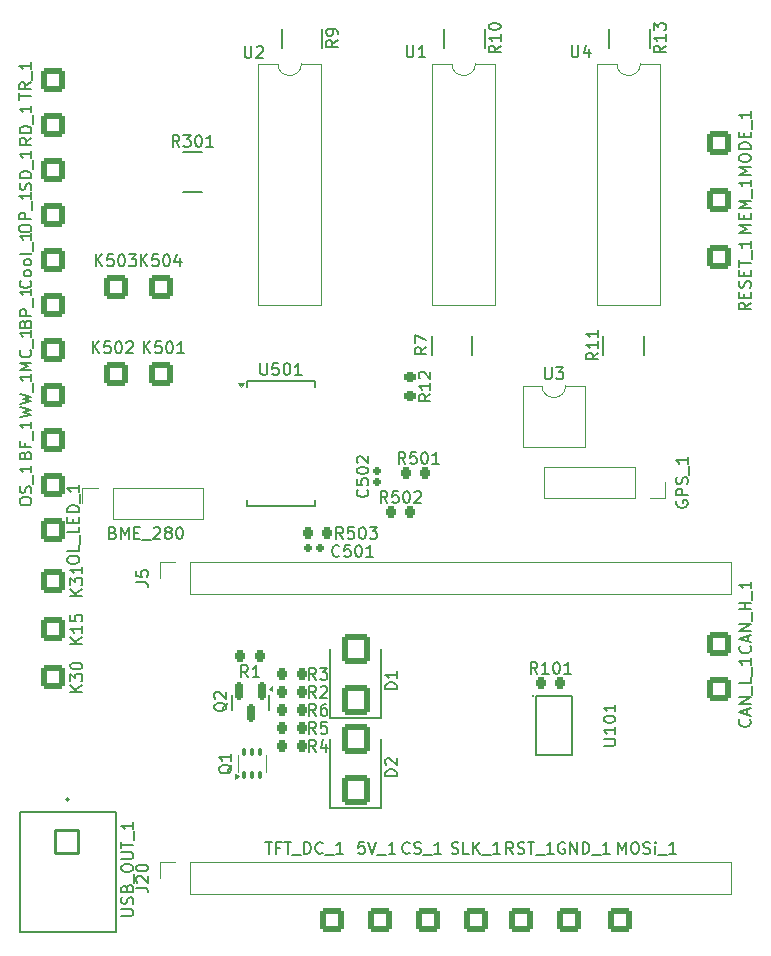
<source format=gto>
G04 #@! TF.GenerationSoftware,KiCad,Pcbnew,8.0.9-8.0.9-0~ubuntu22.04.1*
G04 #@! TF.CreationDate,2025-03-11T21:38:10+01:00*
G04 #@! TF.ProjectId,BrakeOutBoard,4272616b-654f-4757-9442-6f6172642e6b,rev?*
G04 #@! TF.SameCoordinates,Original*
G04 #@! TF.FileFunction,Legend,Top*
G04 #@! TF.FilePolarity,Positive*
%FSLAX46Y46*%
G04 Gerber Fmt 4.6, Leading zero omitted, Abs format (unit mm)*
G04 Created by KiCad (PCBNEW 8.0.9-8.0.9-0~ubuntu22.04.1) date 2025-03-11 21:38:10*
%MOMM*%
%LPD*%
G01*
G04 APERTURE LIST*
G04 Aperture macros list*
%AMRoundRect*
0 Rectangle with rounded corners*
0 $1 Rounding radius*
0 $2 $3 $4 $5 $6 $7 $8 $9 X,Y pos of 4 corners*
0 Add a 4 corners polygon primitive as box body*
4,1,4,$2,$3,$4,$5,$6,$7,$8,$9,$2,$3,0*
0 Add four circle primitives for the rounded corners*
1,1,$1+$1,$2,$3*
1,1,$1+$1,$4,$5*
1,1,$1+$1,$6,$7*
1,1,$1+$1,$8,$9*
0 Add four rect primitives between the rounded corners*
20,1,$1+$1,$2,$3,$4,$5,0*
20,1,$1+$1,$4,$5,$6,$7,0*
20,1,$1+$1,$6,$7,$8,$9,0*
20,1,$1+$1,$8,$9,$2,$3,0*%
G04 Aperture macros list end*
%ADD10C,0.150000*%
%ADD11C,0.120000*%
%ADD12C,0.127000*%
%ADD13C,0.200000*%
%ADD14R,1.600000X1.600000*%
%ADD15O,1.600000X1.600000*%
%ADD16RoundRect,0.219000X0.219000X0.294000X-0.219000X0.294000X-0.219000X-0.294000X0.219000X-0.294000X0*%
%ADD17RoundRect,0.150000X-0.150000X0.590000X-0.150000X-0.590000X0.150000X-0.590000X0.150000X0.590000X0*%
%ADD18RoundRect,0.250001X0.799999X-0.799999X0.799999X0.799999X-0.799999X0.799999X-0.799999X-0.799999X0*%
%ADD19RoundRect,0.250001X0.799999X0.799999X-0.799999X0.799999X-0.799999X-0.799999X0.799999X-0.799999X0*%
%ADD20RoundRect,0.102000X-0.975000X0.975000X-0.975000X-0.975000X0.975000X-0.975000X0.975000X0.975000X0*%
%ADD21C,2.154000*%
%ADD22O,0.476000X0.976000*%
%ADD23RoundRect,0.250001X-0.799999X-0.799999X0.799999X-0.799999X0.799999X0.799999X-0.799999X0.799999X0*%
%ADD24RoundRect,0.100000X0.100000X-0.225000X0.100000X0.225000X-0.100000X0.225000X-0.100000X-0.225000X0*%
%ADD25RoundRect,0.219000X-0.219000X-0.294000X0.219000X-0.294000X0.219000X0.294000X-0.219000X0.294000X0*%
%ADD26RoundRect,0.250001X-0.799999X0.799999X-0.799999X-0.799999X0.799999X-0.799999X0.799999X0.799999X0*%
%ADD27O,0.976000X0.476000*%
%ADD28O,2.050000X0.590000*%
%ADD29C,3.200000*%
%ADD30R,1.700000X1.700000*%
%ADD31O,1.700000X1.700000*%
%ADD32RoundRect,0.159000X-0.159000X-0.189000X0.159000X-0.189000X0.159000X0.189000X-0.159000X0.189000X0*%
%ADD33RoundRect,0.258261X0.929739X-1.029739X0.929739X1.029739X-0.929739X1.029739X-0.929739X-1.029739X0*%
%ADD34RoundRect,0.219000X-0.294000X0.219000X-0.294000X-0.219000X0.294000X-0.219000X0.294000X0.219000X0*%
%ADD35RoundRect,0.159000X0.189000X-0.159000X0.189000X0.159000X-0.189000X0.159000X-0.189000X-0.159000X0*%
%ADD36R,1.750000X0.450000*%
G04 APERTURE END LIST*
D10*
X157289695Y-78728019D02*
X157289695Y-79537542D01*
X157289695Y-79537542D02*
X157337314Y-79632780D01*
X157337314Y-79632780D02*
X157384933Y-79680400D01*
X157384933Y-79680400D02*
X157480171Y-79728019D01*
X157480171Y-79728019D02*
X157670647Y-79728019D01*
X157670647Y-79728019D02*
X157765885Y-79680400D01*
X157765885Y-79680400D02*
X157813504Y-79632780D01*
X157813504Y-79632780D02*
X157861123Y-79537542D01*
X157861123Y-79537542D02*
X157861123Y-78728019D01*
X158861123Y-79728019D02*
X158289695Y-79728019D01*
X158575409Y-79728019D02*
X158575409Y-78728019D01*
X158575409Y-78728019D02*
X158480171Y-78870876D01*
X158480171Y-78870876D02*
X158384933Y-78966114D01*
X158384933Y-78966114D02*
X158289695Y-79013733D01*
X151910552Y-120498019D02*
X151577219Y-120021828D01*
X151339124Y-120498019D02*
X151339124Y-119498019D01*
X151339124Y-119498019D02*
X151720076Y-119498019D01*
X151720076Y-119498019D02*
X151815314Y-119545638D01*
X151815314Y-119545638D02*
X151862933Y-119593257D01*
X151862933Y-119593257D02*
X151910552Y-119688495D01*
X151910552Y-119688495D02*
X151910552Y-119831352D01*
X151910552Y-119831352D02*
X151862933Y-119926590D01*
X151862933Y-119926590D02*
X151815314Y-119974209D01*
X151815314Y-119974209D02*
X151720076Y-120021828D01*
X151720076Y-120021828D02*
X151339124Y-120021828D01*
X152815314Y-119498019D02*
X152339124Y-119498019D01*
X152339124Y-119498019D02*
X152291505Y-119974209D01*
X152291505Y-119974209D02*
X152339124Y-119926590D01*
X152339124Y-119926590D02*
X152434362Y-119878971D01*
X152434362Y-119878971D02*
X152672457Y-119878971D01*
X152672457Y-119878971D02*
X152767695Y-119926590D01*
X152767695Y-119926590D02*
X152815314Y-119974209D01*
X152815314Y-119974209D02*
X152862933Y-120069447D01*
X152862933Y-120069447D02*
X152862933Y-120307542D01*
X152862933Y-120307542D02*
X152815314Y-120402780D01*
X152815314Y-120402780D02*
X152767695Y-120450400D01*
X152767695Y-120450400D02*
X152672457Y-120498019D01*
X152672457Y-120498019D02*
X152434362Y-120498019D01*
X152434362Y-120498019D02*
X152339124Y-120450400D01*
X152339124Y-120450400D02*
X152291505Y-120402780D01*
X153481981Y-119498019D02*
X153577219Y-119498019D01*
X153577219Y-119498019D02*
X153672457Y-119545638D01*
X153672457Y-119545638D02*
X153720076Y-119593257D01*
X153720076Y-119593257D02*
X153767695Y-119688495D01*
X153767695Y-119688495D02*
X153815314Y-119878971D01*
X153815314Y-119878971D02*
X153815314Y-120117066D01*
X153815314Y-120117066D02*
X153767695Y-120307542D01*
X153767695Y-120307542D02*
X153720076Y-120402780D01*
X153720076Y-120402780D02*
X153672457Y-120450400D01*
X153672457Y-120450400D02*
X153577219Y-120498019D01*
X153577219Y-120498019D02*
X153481981Y-120498019D01*
X153481981Y-120498019D02*
X153386743Y-120450400D01*
X153386743Y-120450400D02*
X153339124Y-120402780D01*
X153339124Y-120402780D02*
X153291505Y-120307542D01*
X153291505Y-120307542D02*
X153243886Y-120117066D01*
X153243886Y-120117066D02*
X153243886Y-119878971D01*
X153243886Y-119878971D02*
X153291505Y-119688495D01*
X153291505Y-119688495D02*
X153339124Y-119593257D01*
X153339124Y-119593257D02*
X153386743Y-119545638D01*
X153386743Y-119545638D02*
X153481981Y-119498019D01*
X154148648Y-119498019D02*
X154767695Y-119498019D01*
X154767695Y-119498019D02*
X154434362Y-119878971D01*
X154434362Y-119878971D02*
X154577219Y-119878971D01*
X154577219Y-119878971D02*
X154672457Y-119926590D01*
X154672457Y-119926590D02*
X154720076Y-119974209D01*
X154720076Y-119974209D02*
X154767695Y-120069447D01*
X154767695Y-120069447D02*
X154767695Y-120307542D01*
X154767695Y-120307542D02*
X154720076Y-120402780D01*
X154720076Y-120402780D02*
X154672457Y-120450400D01*
X154672457Y-120450400D02*
X154577219Y-120498019D01*
X154577219Y-120498019D02*
X154291505Y-120498019D01*
X154291505Y-120498019D02*
X154196267Y-120450400D01*
X154196267Y-120450400D02*
X154148648Y-120402780D01*
X142091657Y-134362438D02*
X142044038Y-134457676D01*
X142044038Y-134457676D02*
X141948800Y-134552914D01*
X141948800Y-134552914D02*
X141805942Y-134695771D01*
X141805942Y-134695771D02*
X141758323Y-134791009D01*
X141758323Y-134791009D02*
X141758323Y-134886247D01*
X141996419Y-134838628D02*
X141948800Y-134933866D01*
X141948800Y-134933866D02*
X141853561Y-135029104D01*
X141853561Y-135029104D02*
X141663085Y-135076723D01*
X141663085Y-135076723D02*
X141329752Y-135076723D01*
X141329752Y-135076723D02*
X141139276Y-135029104D01*
X141139276Y-135029104D02*
X141044038Y-134933866D01*
X141044038Y-134933866D02*
X140996419Y-134838628D01*
X140996419Y-134838628D02*
X140996419Y-134648152D01*
X140996419Y-134648152D02*
X141044038Y-134552914D01*
X141044038Y-134552914D02*
X141139276Y-134457676D01*
X141139276Y-134457676D02*
X141329752Y-134410057D01*
X141329752Y-134410057D02*
X141663085Y-134410057D01*
X141663085Y-134410057D02*
X141853561Y-134457676D01*
X141853561Y-134457676D02*
X141948800Y-134552914D01*
X141948800Y-134552914D02*
X141996419Y-134648152D01*
X141996419Y-134648152D02*
X141996419Y-134838628D01*
X141091657Y-134029104D02*
X141044038Y-133981485D01*
X141044038Y-133981485D02*
X140996419Y-133886247D01*
X140996419Y-133886247D02*
X140996419Y-133648152D01*
X140996419Y-133648152D02*
X141044038Y-133552914D01*
X141044038Y-133552914D02*
X141091657Y-133505295D01*
X141091657Y-133505295D02*
X141186895Y-133457676D01*
X141186895Y-133457676D02*
X141282133Y-133457676D01*
X141282133Y-133457676D02*
X141424990Y-133505295D01*
X141424990Y-133505295D02*
X141996419Y-134076723D01*
X141996419Y-134076723D02*
X141996419Y-133457676D01*
X124998609Y-113383485D02*
X125046228Y-113240628D01*
X125046228Y-113240628D02*
X125093847Y-113193009D01*
X125093847Y-113193009D02*
X125189085Y-113145390D01*
X125189085Y-113145390D02*
X125331942Y-113145390D01*
X125331942Y-113145390D02*
X125427180Y-113193009D01*
X125427180Y-113193009D02*
X125474800Y-113240628D01*
X125474800Y-113240628D02*
X125522419Y-113335866D01*
X125522419Y-113335866D02*
X125522419Y-113716818D01*
X125522419Y-113716818D02*
X124522419Y-113716818D01*
X124522419Y-113716818D02*
X124522419Y-113383485D01*
X124522419Y-113383485D02*
X124570038Y-113288247D01*
X124570038Y-113288247D02*
X124617657Y-113240628D01*
X124617657Y-113240628D02*
X124712895Y-113193009D01*
X124712895Y-113193009D02*
X124808133Y-113193009D01*
X124808133Y-113193009D02*
X124903371Y-113240628D01*
X124903371Y-113240628D02*
X124950990Y-113288247D01*
X124950990Y-113288247D02*
X124998609Y-113383485D01*
X124998609Y-113383485D02*
X124998609Y-113716818D01*
X124998609Y-112383485D02*
X124998609Y-112716818D01*
X125522419Y-112716818D02*
X124522419Y-112716818D01*
X124522419Y-112716818D02*
X124522419Y-112240628D01*
X125617657Y-112097771D02*
X125617657Y-111335866D01*
X125522419Y-110573961D02*
X125522419Y-111145389D01*
X125522419Y-110859675D02*
X124522419Y-110859675D01*
X124522419Y-110859675D02*
X124665276Y-110954913D01*
X124665276Y-110954913D02*
X124760514Y-111050151D01*
X124760514Y-111050151D02*
X124808133Y-111145389D01*
X170656552Y-146215638D02*
X170561314Y-146168019D01*
X170561314Y-146168019D02*
X170418457Y-146168019D01*
X170418457Y-146168019D02*
X170275600Y-146215638D01*
X170275600Y-146215638D02*
X170180362Y-146310876D01*
X170180362Y-146310876D02*
X170132743Y-146406114D01*
X170132743Y-146406114D02*
X170085124Y-146596590D01*
X170085124Y-146596590D02*
X170085124Y-146739447D01*
X170085124Y-146739447D02*
X170132743Y-146929923D01*
X170132743Y-146929923D02*
X170180362Y-147025161D01*
X170180362Y-147025161D02*
X170275600Y-147120400D01*
X170275600Y-147120400D02*
X170418457Y-147168019D01*
X170418457Y-147168019D02*
X170513695Y-147168019D01*
X170513695Y-147168019D02*
X170656552Y-147120400D01*
X170656552Y-147120400D02*
X170704171Y-147072780D01*
X170704171Y-147072780D02*
X170704171Y-146739447D01*
X170704171Y-146739447D02*
X170513695Y-146739447D01*
X171132743Y-147168019D02*
X171132743Y-146168019D01*
X171132743Y-146168019D02*
X171704171Y-147168019D01*
X171704171Y-147168019D02*
X171704171Y-146168019D01*
X172180362Y-147168019D02*
X172180362Y-146168019D01*
X172180362Y-146168019D02*
X172418457Y-146168019D01*
X172418457Y-146168019D02*
X172561314Y-146215638D01*
X172561314Y-146215638D02*
X172656552Y-146310876D01*
X172656552Y-146310876D02*
X172704171Y-146406114D01*
X172704171Y-146406114D02*
X172751790Y-146596590D01*
X172751790Y-146596590D02*
X172751790Y-146739447D01*
X172751790Y-146739447D02*
X172704171Y-146929923D01*
X172704171Y-146929923D02*
X172656552Y-147025161D01*
X172656552Y-147025161D02*
X172561314Y-147120400D01*
X172561314Y-147120400D02*
X172418457Y-147168019D01*
X172418457Y-147168019D02*
X172180362Y-147168019D01*
X172942267Y-147263257D02*
X173704171Y-147263257D01*
X174466076Y-147168019D02*
X173894648Y-147168019D01*
X174180362Y-147168019D02*
X174180362Y-146168019D01*
X174180362Y-146168019D02*
X174085124Y-146310876D01*
X174085124Y-146310876D02*
X173989886Y-146406114D01*
X173989886Y-146406114D02*
X173894648Y-146453733D01*
X133122419Y-152419771D02*
X133931942Y-152419771D01*
X133931942Y-152419771D02*
X134027180Y-152372152D01*
X134027180Y-152372152D02*
X134074800Y-152324533D01*
X134074800Y-152324533D02*
X134122419Y-152229295D01*
X134122419Y-152229295D02*
X134122419Y-152038819D01*
X134122419Y-152038819D02*
X134074800Y-151943581D01*
X134074800Y-151943581D02*
X134027180Y-151895962D01*
X134027180Y-151895962D02*
X133931942Y-151848343D01*
X133931942Y-151848343D02*
X133122419Y-151848343D01*
X134074800Y-151419771D02*
X134122419Y-151276914D01*
X134122419Y-151276914D02*
X134122419Y-151038819D01*
X134122419Y-151038819D02*
X134074800Y-150943581D01*
X134074800Y-150943581D02*
X134027180Y-150895962D01*
X134027180Y-150895962D02*
X133931942Y-150848343D01*
X133931942Y-150848343D02*
X133836704Y-150848343D01*
X133836704Y-150848343D02*
X133741466Y-150895962D01*
X133741466Y-150895962D02*
X133693847Y-150943581D01*
X133693847Y-150943581D02*
X133646228Y-151038819D01*
X133646228Y-151038819D02*
X133598609Y-151229295D01*
X133598609Y-151229295D02*
X133550990Y-151324533D01*
X133550990Y-151324533D02*
X133503371Y-151372152D01*
X133503371Y-151372152D02*
X133408133Y-151419771D01*
X133408133Y-151419771D02*
X133312895Y-151419771D01*
X133312895Y-151419771D02*
X133217657Y-151372152D01*
X133217657Y-151372152D02*
X133170038Y-151324533D01*
X133170038Y-151324533D02*
X133122419Y-151229295D01*
X133122419Y-151229295D02*
X133122419Y-150991200D01*
X133122419Y-150991200D02*
X133170038Y-150848343D01*
X133598609Y-150086438D02*
X133646228Y-149943581D01*
X133646228Y-149943581D02*
X133693847Y-149895962D01*
X133693847Y-149895962D02*
X133789085Y-149848343D01*
X133789085Y-149848343D02*
X133931942Y-149848343D01*
X133931942Y-149848343D02*
X134027180Y-149895962D01*
X134027180Y-149895962D02*
X134074800Y-149943581D01*
X134074800Y-149943581D02*
X134122419Y-150038819D01*
X134122419Y-150038819D02*
X134122419Y-150419771D01*
X134122419Y-150419771D02*
X133122419Y-150419771D01*
X133122419Y-150419771D02*
X133122419Y-150086438D01*
X133122419Y-150086438D02*
X133170038Y-149991200D01*
X133170038Y-149991200D02*
X133217657Y-149943581D01*
X133217657Y-149943581D02*
X133312895Y-149895962D01*
X133312895Y-149895962D02*
X133408133Y-149895962D01*
X133408133Y-149895962D02*
X133503371Y-149943581D01*
X133503371Y-149943581D02*
X133550990Y-149991200D01*
X133550990Y-149991200D02*
X133598609Y-150086438D01*
X133598609Y-150086438D02*
X133598609Y-150419771D01*
X134217657Y-149657867D02*
X134217657Y-148895962D01*
X133122419Y-148467390D02*
X133122419Y-148276914D01*
X133122419Y-148276914D02*
X133170038Y-148181676D01*
X133170038Y-148181676D02*
X133265276Y-148086438D01*
X133265276Y-148086438D02*
X133455752Y-148038819D01*
X133455752Y-148038819D02*
X133789085Y-148038819D01*
X133789085Y-148038819D02*
X133979561Y-148086438D01*
X133979561Y-148086438D02*
X134074800Y-148181676D01*
X134074800Y-148181676D02*
X134122419Y-148276914D01*
X134122419Y-148276914D02*
X134122419Y-148467390D01*
X134122419Y-148467390D02*
X134074800Y-148562628D01*
X134074800Y-148562628D02*
X133979561Y-148657866D01*
X133979561Y-148657866D02*
X133789085Y-148705485D01*
X133789085Y-148705485D02*
X133455752Y-148705485D01*
X133455752Y-148705485D02*
X133265276Y-148657866D01*
X133265276Y-148657866D02*
X133170038Y-148562628D01*
X133170038Y-148562628D02*
X133122419Y-148467390D01*
X133122419Y-147610247D02*
X133931942Y-147610247D01*
X133931942Y-147610247D02*
X134027180Y-147562628D01*
X134027180Y-147562628D02*
X134074800Y-147515009D01*
X134074800Y-147515009D02*
X134122419Y-147419771D01*
X134122419Y-147419771D02*
X134122419Y-147229295D01*
X134122419Y-147229295D02*
X134074800Y-147134057D01*
X134074800Y-147134057D02*
X134027180Y-147086438D01*
X134027180Y-147086438D02*
X133931942Y-147038819D01*
X133931942Y-147038819D02*
X133122419Y-147038819D01*
X133122419Y-146705485D02*
X133122419Y-146134057D01*
X134122419Y-146419771D02*
X133122419Y-146419771D01*
X134217657Y-146038819D02*
X134217657Y-145276914D01*
X134122419Y-144515009D02*
X134122419Y-145086437D01*
X134122419Y-144800723D02*
X133122419Y-144800723D01*
X133122419Y-144800723D02*
X133265276Y-144895961D01*
X133265276Y-144895961D02*
X133360514Y-144991199D01*
X133360514Y-144991199D02*
X133408133Y-145086437D01*
X155662552Y-117450019D02*
X155329219Y-116973828D01*
X155091124Y-117450019D02*
X155091124Y-116450019D01*
X155091124Y-116450019D02*
X155472076Y-116450019D01*
X155472076Y-116450019D02*
X155567314Y-116497638D01*
X155567314Y-116497638D02*
X155614933Y-116545257D01*
X155614933Y-116545257D02*
X155662552Y-116640495D01*
X155662552Y-116640495D02*
X155662552Y-116783352D01*
X155662552Y-116783352D02*
X155614933Y-116878590D01*
X155614933Y-116878590D02*
X155567314Y-116926209D01*
X155567314Y-116926209D02*
X155472076Y-116973828D01*
X155472076Y-116973828D02*
X155091124Y-116973828D01*
X156567314Y-116450019D02*
X156091124Y-116450019D01*
X156091124Y-116450019D02*
X156043505Y-116926209D01*
X156043505Y-116926209D02*
X156091124Y-116878590D01*
X156091124Y-116878590D02*
X156186362Y-116830971D01*
X156186362Y-116830971D02*
X156424457Y-116830971D01*
X156424457Y-116830971D02*
X156519695Y-116878590D01*
X156519695Y-116878590D02*
X156567314Y-116926209D01*
X156567314Y-116926209D02*
X156614933Y-117021447D01*
X156614933Y-117021447D02*
X156614933Y-117259542D01*
X156614933Y-117259542D02*
X156567314Y-117354780D01*
X156567314Y-117354780D02*
X156519695Y-117402400D01*
X156519695Y-117402400D02*
X156424457Y-117450019D01*
X156424457Y-117450019D02*
X156186362Y-117450019D01*
X156186362Y-117450019D02*
X156091124Y-117402400D01*
X156091124Y-117402400D02*
X156043505Y-117354780D01*
X157233981Y-116450019D02*
X157329219Y-116450019D01*
X157329219Y-116450019D02*
X157424457Y-116497638D01*
X157424457Y-116497638D02*
X157472076Y-116545257D01*
X157472076Y-116545257D02*
X157519695Y-116640495D01*
X157519695Y-116640495D02*
X157567314Y-116830971D01*
X157567314Y-116830971D02*
X157567314Y-117069066D01*
X157567314Y-117069066D02*
X157519695Y-117259542D01*
X157519695Y-117259542D02*
X157472076Y-117354780D01*
X157472076Y-117354780D02*
X157424457Y-117402400D01*
X157424457Y-117402400D02*
X157329219Y-117450019D01*
X157329219Y-117450019D02*
X157233981Y-117450019D01*
X157233981Y-117450019D02*
X157138743Y-117402400D01*
X157138743Y-117402400D02*
X157091124Y-117354780D01*
X157091124Y-117354780D02*
X157043505Y-117259542D01*
X157043505Y-117259542D02*
X156995886Y-117069066D01*
X156995886Y-117069066D02*
X156995886Y-116830971D01*
X156995886Y-116830971D02*
X157043505Y-116640495D01*
X157043505Y-116640495D02*
X157091124Y-116545257D01*
X157091124Y-116545257D02*
X157138743Y-116497638D01*
X157138743Y-116497638D02*
X157233981Y-116450019D01*
X157948267Y-116545257D02*
X157995886Y-116497638D01*
X157995886Y-116497638D02*
X158091124Y-116450019D01*
X158091124Y-116450019D02*
X158329219Y-116450019D01*
X158329219Y-116450019D02*
X158424457Y-116497638D01*
X158424457Y-116497638D02*
X158472076Y-116545257D01*
X158472076Y-116545257D02*
X158519695Y-116640495D01*
X158519695Y-116640495D02*
X158519695Y-116735733D01*
X158519695Y-116735733D02*
X158472076Y-116878590D01*
X158472076Y-116878590D02*
X157900648Y-117450019D01*
X157900648Y-117450019D02*
X158519695Y-117450019D01*
X151454419Y-78269866D02*
X150978228Y-78603199D01*
X151454419Y-78841294D02*
X150454419Y-78841294D01*
X150454419Y-78841294D02*
X150454419Y-78460342D01*
X150454419Y-78460342D02*
X150502038Y-78365104D01*
X150502038Y-78365104D02*
X150549657Y-78317485D01*
X150549657Y-78317485D02*
X150644895Y-78269866D01*
X150644895Y-78269866D02*
X150787752Y-78269866D01*
X150787752Y-78269866D02*
X150882990Y-78317485D01*
X150882990Y-78317485D02*
X150930609Y-78365104D01*
X150930609Y-78365104D02*
X150978228Y-78460342D01*
X150978228Y-78460342D02*
X150978228Y-78841294D01*
X151454419Y-77793675D02*
X151454419Y-77603199D01*
X151454419Y-77603199D02*
X151406800Y-77507961D01*
X151406800Y-77507961D02*
X151359180Y-77460342D01*
X151359180Y-77460342D02*
X151216323Y-77365104D01*
X151216323Y-77365104D02*
X151025847Y-77317485D01*
X151025847Y-77317485D02*
X150644895Y-77317485D01*
X150644895Y-77317485D02*
X150549657Y-77365104D01*
X150549657Y-77365104D02*
X150502038Y-77412723D01*
X150502038Y-77412723D02*
X150454419Y-77507961D01*
X150454419Y-77507961D02*
X150454419Y-77698437D01*
X150454419Y-77698437D02*
X150502038Y-77793675D01*
X150502038Y-77793675D02*
X150549657Y-77841294D01*
X150549657Y-77841294D02*
X150644895Y-77888913D01*
X150644895Y-77888913D02*
X150882990Y-77888913D01*
X150882990Y-77888913D02*
X150978228Y-77841294D01*
X150978228Y-77841294D02*
X151025847Y-77793675D01*
X151025847Y-77793675D02*
X151073466Y-77698437D01*
X151073466Y-77698437D02*
X151073466Y-77507961D01*
X151073466Y-77507961D02*
X151025847Y-77412723D01*
X151025847Y-77412723D02*
X150978228Y-77365104D01*
X150978228Y-77365104D02*
X150882990Y-77317485D01*
X158954419Y-104269866D02*
X158478228Y-104603199D01*
X158954419Y-104841294D02*
X157954419Y-104841294D01*
X157954419Y-104841294D02*
X157954419Y-104460342D01*
X157954419Y-104460342D02*
X158002038Y-104365104D01*
X158002038Y-104365104D02*
X158049657Y-104317485D01*
X158049657Y-104317485D02*
X158144895Y-104269866D01*
X158144895Y-104269866D02*
X158287752Y-104269866D01*
X158287752Y-104269866D02*
X158382990Y-104317485D01*
X158382990Y-104317485D02*
X158430609Y-104365104D01*
X158430609Y-104365104D02*
X158478228Y-104460342D01*
X158478228Y-104460342D02*
X158478228Y-104841294D01*
X157954419Y-103936532D02*
X157954419Y-103269866D01*
X157954419Y-103269866D02*
X158954419Y-103698437D01*
X125522419Y-106239675D02*
X124522419Y-106239675D01*
X124522419Y-106239675D02*
X125236704Y-105906342D01*
X125236704Y-105906342D02*
X124522419Y-105573009D01*
X124522419Y-105573009D02*
X125522419Y-105573009D01*
X125427180Y-104525390D02*
X125474800Y-104573009D01*
X125474800Y-104573009D02*
X125522419Y-104715866D01*
X125522419Y-104715866D02*
X125522419Y-104811104D01*
X125522419Y-104811104D02*
X125474800Y-104953961D01*
X125474800Y-104953961D02*
X125379561Y-105049199D01*
X125379561Y-105049199D02*
X125284323Y-105096818D01*
X125284323Y-105096818D02*
X125093847Y-105144437D01*
X125093847Y-105144437D02*
X124950990Y-105144437D01*
X124950990Y-105144437D02*
X124760514Y-105096818D01*
X124760514Y-105096818D02*
X124665276Y-105049199D01*
X124665276Y-105049199D02*
X124570038Y-104953961D01*
X124570038Y-104953961D02*
X124522419Y-104811104D01*
X124522419Y-104811104D02*
X124522419Y-104715866D01*
X124522419Y-104715866D02*
X124570038Y-104573009D01*
X124570038Y-104573009D02*
X124617657Y-104525390D01*
X125617657Y-104334914D02*
X125617657Y-103573009D01*
X125522419Y-102811104D02*
X125522419Y-103382532D01*
X125522419Y-103096818D02*
X124522419Y-103096818D01*
X124522419Y-103096818D02*
X124665276Y-103192056D01*
X124665276Y-103192056D02*
X124760514Y-103287294D01*
X124760514Y-103287294D02*
X124808133Y-103382532D01*
X143856933Y-132212019D02*
X143523600Y-131735828D01*
X143285505Y-132212019D02*
X143285505Y-131212019D01*
X143285505Y-131212019D02*
X143666457Y-131212019D01*
X143666457Y-131212019D02*
X143761695Y-131259638D01*
X143761695Y-131259638D02*
X143809314Y-131307257D01*
X143809314Y-131307257D02*
X143856933Y-131402495D01*
X143856933Y-131402495D02*
X143856933Y-131545352D01*
X143856933Y-131545352D02*
X143809314Y-131640590D01*
X143809314Y-131640590D02*
X143761695Y-131688209D01*
X143761695Y-131688209D02*
X143666457Y-131735828D01*
X143666457Y-131735828D02*
X143285505Y-131735828D01*
X144809314Y-132212019D02*
X144237886Y-132212019D01*
X144523600Y-132212019D02*
X144523600Y-131212019D01*
X144523600Y-131212019D02*
X144428362Y-131354876D01*
X144428362Y-131354876D02*
X144333124Y-131450114D01*
X144333124Y-131450114D02*
X144237886Y-131497733D01*
X145320266Y-146168019D02*
X145891694Y-146168019D01*
X145605980Y-147168019D02*
X145605980Y-146168019D01*
X146558361Y-146644209D02*
X146225028Y-146644209D01*
X146225028Y-147168019D02*
X146225028Y-146168019D01*
X146225028Y-146168019D02*
X146701218Y-146168019D01*
X146939314Y-146168019D02*
X147510742Y-146168019D01*
X147225028Y-147168019D02*
X147225028Y-146168019D01*
X147605981Y-147263257D02*
X148367885Y-147263257D01*
X148605981Y-147168019D02*
X148605981Y-146168019D01*
X148605981Y-146168019D02*
X148844076Y-146168019D01*
X148844076Y-146168019D02*
X148986933Y-146215638D01*
X148986933Y-146215638D02*
X149082171Y-146310876D01*
X149082171Y-146310876D02*
X149129790Y-146406114D01*
X149129790Y-146406114D02*
X149177409Y-146596590D01*
X149177409Y-146596590D02*
X149177409Y-146739447D01*
X149177409Y-146739447D02*
X149129790Y-146929923D01*
X149129790Y-146929923D02*
X149082171Y-147025161D01*
X149082171Y-147025161D02*
X148986933Y-147120400D01*
X148986933Y-147120400D02*
X148844076Y-147168019D01*
X148844076Y-147168019D02*
X148605981Y-147168019D01*
X150177409Y-147072780D02*
X150129790Y-147120400D01*
X150129790Y-147120400D02*
X149986933Y-147168019D01*
X149986933Y-147168019D02*
X149891695Y-147168019D01*
X149891695Y-147168019D02*
X149748838Y-147120400D01*
X149748838Y-147120400D02*
X149653600Y-147025161D01*
X149653600Y-147025161D02*
X149605981Y-146929923D01*
X149605981Y-146929923D02*
X149558362Y-146739447D01*
X149558362Y-146739447D02*
X149558362Y-146596590D01*
X149558362Y-146596590D02*
X149605981Y-146406114D01*
X149605981Y-146406114D02*
X149653600Y-146310876D01*
X149653600Y-146310876D02*
X149748838Y-146215638D01*
X149748838Y-146215638D02*
X149891695Y-146168019D01*
X149891695Y-146168019D02*
X149986933Y-146168019D01*
X149986933Y-146168019D02*
X150129790Y-146215638D01*
X150129790Y-146215638D02*
X150177409Y-146263257D01*
X150367886Y-147263257D02*
X151129790Y-147263257D01*
X151891695Y-147168019D02*
X151320267Y-147168019D01*
X151605981Y-147168019D02*
X151605981Y-146168019D01*
X151605981Y-146168019D02*
X151510743Y-146310876D01*
X151510743Y-146310876D02*
X151415505Y-146406114D01*
X151415505Y-146406114D02*
X151320267Y-146453733D01*
X157535790Y-147072780D02*
X157488171Y-147120400D01*
X157488171Y-147120400D02*
X157345314Y-147168019D01*
X157345314Y-147168019D02*
X157250076Y-147168019D01*
X157250076Y-147168019D02*
X157107219Y-147120400D01*
X157107219Y-147120400D02*
X157011981Y-147025161D01*
X157011981Y-147025161D02*
X156964362Y-146929923D01*
X156964362Y-146929923D02*
X156916743Y-146739447D01*
X156916743Y-146739447D02*
X156916743Y-146596590D01*
X156916743Y-146596590D02*
X156964362Y-146406114D01*
X156964362Y-146406114D02*
X157011981Y-146310876D01*
X157011981Y-146310876D02*
X157107219Y-146215638D01*
X157107219Y-146215638D02*
X157250076Y-146168019D01*
X157250076Y-146168019D02*
X157345314Y-146168019D01*
X157345314Y-146168019D02*
X157488171Y-146215638D01*
X157488171Y-146215638D02*
X157535790Y-146263257D01*
X157916743Y-147120400D02*
X158059600Y-147168019D01*
X158059600Y-147168019D02*
X158297695Y-147168019D01*
X158297695Y-147168019D02*
X158392933Y-147120400D01*
X158392933Y-147120400D02*
X158440552Y-147072780D01*
X158440552Y-147072780D02*
X158488171Y-146977542D01*
X158488171Y-146977542D02*
X158488171Y-146882304D01*
X158488171Y-146882304D02*
X158440552Y-146787066D01*
X158440552Y-146787066D02*
X158392933Y-146739447D01*
X158392933Y-146739447D02*
X158297695Y-146691828D01*
X158297695Y-146691828D02*
X158107219Y-146644209D01*
X158107219Y-146644209D02*
X158011981Y-146596590D01*
X158011981Y-146596590D02*
X157964362Y-146548971D01*
X157964362Y-146548971D02*
X157916743Y-146453733D01*
X157916743Y-146453733D02*
X157916743Y-146358495D01*
X157916743Y-146358495D02*
X157964362Y-146263257D01*
X157964362Y-146263257D02*
X158011981Y-146215638D01*
X158011981Y-146215638D02*
X158107219Y-146168019D01*
X158107219Y-146168019D02*
X158345314Y-146168019D01*
X158345314Y-146168019D02*
X158488171Y-146215638D01*
X158678648Y-147263257D02*
X159440552Y-147263257D01*
X160202457Y-147168019D02*
X159631029Y-147168019D01*
X159916743Y-147168019D02*
X159916743Y-146168019D01*
X159916743Y-146168019D02*
X159821505Y-146310876D01*
X159821505Y-146310876D02*
X159726267Y-146406114D01*
X159726267Y-146406114D02*
X159631029Y-146453733D01*
X142493657Y-139630438D02*
X142446038Y-139725676D01*
X142446038Y-139725676D02*
X142350800Y-139820914D01*
X142350800Y-139820914D02*
X142207942Y-139963771D01*
X142207942Y-139963771D02*
X142160323Y-140059009D01*
X142160323Y-140059009D02*
X142160323Y-140154247D01*
X142398419Y-140106628D02*
X142350800Y-140201866D01*
X142350800Y-140201866D02*
X142255561Y-140297104D01*
X142255561Y-140297104D02*
X142065085Y-140344723D01*
X142065085Y-140344723D02*
X141731752Y-140344723D01*
X141731752Y-140344723D02*
X141541276Y-140297104D01*
X141541276Y-140297104D02*
X141446038Y-140201866D01*
X141446038Y-140201866D02*
X141398419Y-140106628D01*
X141398419Y-140106628D02*
X141398419Y-139916152D01*
X141398419Y-139916152D02*
X141446038Y-139820914D01*
X141446038Y-139820914D02*
X141541276Y-139725676D01*
X141541276Y-139725676D02*
X141731752Y-139678057D01*
X141731752Y-139678057D02*
X142065085Y-139678057D01*
X142065085Y-139678057D02*
X142255561Y-139725676D01*
X142255561Y-139725676D02*
X142350800Y-139820914D01*
X142350800Y-139820914D02*
X142398419Y-139916152D01*
X142398419Y-139916152D02*
X142398419Y-140106628D01*
X142398419Y-138725676D02*
X142398419Y-139297104D01*
X142398419Y-139011390D02*
X141398419Y-139011390D01*
X141398419Y-139011390D02*
X141541276Y-139106628D01*
X141541276Y-139106628D02*
X141636514Y-139201866D01*
X141636514Y-139201866D02*
X141684133Y-139297104D01*
X149612933Y-137008019D02*
X149279600Y-136531828D01*
X149041505Y-137008019D02*
X149041505Y-136008019D01*
X149041505Y-136008019D02*
X149422457Y-136008019D01*
X149422457Y-136008019D02*
X149517695Y-136055638D01*
X149517695Y-136055638D02*
X149565314Y-136103257D01*
X149565314Y-136103257D02*
X149612933Y-136198495D01*
X149612933Y-136198495D02*
X149612933Y-136341352D01*
X149612933Y-136341352D02*
X149565314Y-136436590D01*
X149565314Y-136436590D02*
X149517695Y-136484209D01*
X149517695Y-136484209D02*
X149422457Y-136531828D01*
X149422457Y-136531828D02*
X149041505Y-136531828D01*
X150517695Y-136008019D02*
X150041505Y-136008019D01*
X150041505Y-136008019D02*
X149993886Y-136484209D01*
X149993886Y-136484209D02*
X150041505Y-136436590D01*
X150041505Y-136436590D02*
X150136743Y-136388971D01*
X150136743Y-136388971D02*
X150374838Y-136388971D01*
X150374838Y-136388971D02*
X150470076Y-136436590D01*
X150470076Y-136436590D02*
X150517695Y-136484209D01*
X150517695Y-136484209D02*
X150565314Y-136579447D01*
X150565314Y-136579447D02*
X150565314Y-136817542D01*
X150565314Y-136817542D02*
X150517695Y-136912780D01*
X150517695Y-136912780D02*
X150470076Y-136960400D01*
X150470076Y-136960400D02*
X150374838Y-137008019D01*
X150374838Y-137008019D02*
X150136743Y-137008019D01*
X150136743Y-137008019D02*
X150041505Y-136960400D01*
X150041505Y-136960400D02*
X149993886Y-136912780D01*
X186410419Y-94571485D02*
X185410419Y-94571485D01*
X185410419Y-94571485D02*
X186124704Y-94238152D01*
X186124704Y-94238152D02*
X185410419Y-93904819D01*
X185410419Y-93904819D02*
X186410419Y-93904819D01*
X185886609Y-93428628D02*
X185886609Y-93095295D01*
X186410419Y-92952438D02*
X186410419Y-93428628D01*
X186410419Y-93428628D02*
X185410419Y-93428628D01*
X185410419Y-93428628D02*
X185410419Y-92952438D01*
X186410419Y-92523866D02*
X185410419Y-92523866D01*
X185410419Y-92523866D02*
X186124704Y-92190533D01*
X186124704Y-92190533D02*
X185410419Y-91857200D01*
X185410419Y-91857200D02*
X186410419Y-91857200D01*
X186505657Y-91619105D02*
X186505657Y-90857200D01*
X186410419Y-90095295D02*
X186410419Y-90666723D01*
X186410419Y-90381009D02*
X185410419Y-90381009D01*
X185410419Y-90381009D02*
X185553276Y-90476247D01*
X185553276Y-90476247D02*
X185648514Y-90571485D01*
X185648514Y-90571485D02*
X185696133Y-90666723D01*
X130961124Y-97420019D02*
X130961124Y-96420019D01*
X131532552Y-97420019D02*
X131103981Y-96848590D01*
X131532552Y-96420019D02*
X130961124Y-96991447D01*
X132437314Y-96420019D02*
X131961124Y-96420019D01*
X131961124Y-96420019D02*
X131913505Y-96896209D01*
X131913505Y-96896209D02*
X131961124Y-96848590D01*
X131961124Y-96848590D02*
X132056362Y-96800971D01*
X132056362Y-96800971D02*
X132294457Y-96800971D01*
X132294457Y-96800971D02*
X132389695Y-96848590D01*
X132389695Y-96848590D02*
X132437314Y-96896209D01*
X132437314Y-96896209D02*
X132484933Y-96991447D01*
X132484933Y-96991447D02*
X132484933Y-97229542D01*
X132484933Y-97229542D02*
X132437314Y-97324780D01*
X132437314Y-97324780D02*
X132389695Y-97372400D01*
X132389695Y-97372400D02*
X132294457Y-97420019D01*
X132294457Y-97420019D02*
X132056362Y-97420019D01*
X132056362Y-97420019D02*
X131961124Y-97372400D01*
X131961124Y-97372400D02*
X131913505Y-97324780D01*
X133103981Y-96420019D02*
X133199219Y-96420019D01*
X133199219Y-96420019D02*
X133294457Y-96467638D01*
X133294457Y-96467638D02*
X133342076Y-96515257D01*
X133342076Y-96515257D02*
X133389695Y-96610495D01*
X133389695Y-96610495D02*
X133437314Y-96800971D01*
X133437314Y-96800971D02*
X133437314Y-97039066D01*
X133437314Y-97039066D02*
X133389695Y-97229542D01*
X133389695Y-97229542D02*
X133342076Y-97324780D01*
X133342076Y-97324780D02*
X133294457Y-97372400D01*
X133294457Y-97372400D02*
X133199219Y-97420019D01*
X133199219Y-97420019D02*
X133103981Y-97420019D01*
X133103981Y-97420019D02*
X133008743Y-97372400D01*
X133008743Y-97372400D02*
X132961124Y-97324780D01*
X132961124Y-97324780D02*
X132913505Y-97229542D01*
X132913505Y-97229542D02*
X132865886Y-97039066D01*
X132865886Y-97039066D02*
X132865886Y-96800971D01*
X132865886Y-96800971D02*
X132913505Y-96610495D01*
X132913505Y-96610495D02*
X132961124Y-96515257D01*
X132961124Y-96515257D02*
X133008743Y-96467638D01*
X133008743Y-96467638D02*
X133103981Y-96420019D01*
X133770648Y-96420019D02*
X134389695Y-96420019D01*
X134389695Y-96420019D02*
X134056362Y-96800971D01*
X134056362Y-96800971D02*
X134199219Y-96800971D01*
X134199219Y-96800971D02*
X134294457Y-96848590D01*
X134294457Y-96848590D02*
X134342076Y-96896209D01*
X134342076Y-96896209D02*
X134389695Y-96991447D01*
X134389695Y-96991447D02*
X134389695Y-97229542D01*
X134389695Y-97229542D02*
X134342076Y-97324780D01*
X134342076Y-97324780D02*
X134294457Y-97372400D01*
X134294457Y-97372400D02*
X134199219Y-97420019D01*
X134199219Y-97420019D02*
X133913505Y-97420019D01*
X133913505Y-97420019D02*
X133818267Y-97372400D01*
X133818267Y-97372400D02*
X133770648Y-97324780D01*
X138048552Y-87310019D02*
X137715219Y-86833828D01*
X137477124Y-87310019D02*
X137477124Y-86310019D01*
X137477124Y-86310019D02*
X137858076Y-86310019D01*
X137858076Y-86310019D02*
X137953314Y-86357638D01*
X137953314Y-86357638D02*
X138000933Y-86405257D01*
X138000933Y-86405257D02*
X138048552Y-86500495D01*
X138048552Y-86500495D02*
X138048552Y-86643352D01*
X138048552Y-86643352D02*
X138000933Y-86738590D01*
X138000933Y-86738590D02*
X137953314Y-86786209D01*
X137953314Y-86786209D02*
X137858076Y-86833828D01*
X137858076Y-86833828D02*
X137477124Y-86833828D01*
X138381886Y-86310019D02*
X139000933Y-86310019D01*
X139000933Y-86310019D02*
X138667600Y-86690971D01*
X138667600Y-86690971D02*
X138810457Y-86690971D01*
X138810457Y-86690971D02*
X138905695Y-86738590D01*
X138905695Y-86738590D02*
X138953314Y-86786209D01*
X138953314Y-86786209D02*
X139000933Y-86881447D01*
X139000933Y-86881447D02*
X139000933Y-87119542D01*
X139000933Y-87119542D02*
X138953314Y-87214780D01*
X138953314Y-87214780D02*
X138905695Y-87262400D01*
X138905695Y-87262400D02*
X138810457Y-87310019D01*
X138810457Y-87310019D02*
X138524743Y-87310019D01*
X138524743Y-87310019D02*
X138429505Y-87262400D01*
X138429505Y-87262400D02*
X138381886Y-87214780D01*
X139619981Y-86310019D02*
X139715219Y-86310019D01*
X139715219Y-86310019D02*
X139810457Y-86357638D01*
X139810457Y-86357638D02*
X139858076Y-86405257D01*
X139858076Y-86405257D02*
X139905695Y-86500495D01*
X139905695Y-86500495D02*
X139953314Y-86690971D01*
X139953314Y-86690971D02*
X139953314Y-86929066D01*
X139953314Y-86929066D02*
X139905695Y-87119542D01*
X139905695Y-87119542D02*
X139858076Y-87214780D01*
X139858076Y-87214780D02*
X139810457Y-87262400D01*
X139810457Y-87262400D02*
X139715219Y-87310019D01*
X139715219Y-87310019D02*
X139619981Y-87310019D01*
X139619981Y-87310019D02*
X139524743Y-87262400D01*
X139524743Y-87262400D02*
X139477124Y-87214780D01*
X139477124Y-87214780D02*
X139429505Y-87119542D01*
X139429505Y-87119542D02*
X139381886Y-86929066D01*
X139381886Y-86929066D02*
X139381886Y-86690971D01*
X139381886Y-86690971D02*
X139429505Y-86500495D01*
X139429505Y-86500495D02*
X139477124Y-86405257D01*
X139477124Y-86405257D02*
X139524743Y-86357638D01*
X139524743Y-86357638D02*
X139619981Y-86310019D01*
X140905695Y-87310019D02*
X140334267Y-87310019D01*
X140619981Y-87310019D02*
X140619981Y-86310019D01*
X140619981Y-86310019D02*
X140524743Y-86452876D01*
X140524743Y-86452876D02*
X140429505Y-86548114D01*
X140429505Y-86548114D02*
X140334267Y-86595733D01*
X179210419Y-78746057D02*
X178734228Y-79079390D01*
X179210419Y-79317485D02*
X178210419Y-79317485D01*
X178210419Y-79317485D02*
X178210419Y-78936533D01*
X178210419Y-78936533D02*
X178258038Y-78841295D01*
X178258038Y-78841295D02*
X178305657Y-78793676D01*
X178305657Y-78793676D02*
X178400895Y-78746057D01*
X178400895Y-78746057D02*
X178543752Y-78746057D01*
X178543752Y-78746057D02*
X178638990Y-78793676D01*
X178638990Y-78793676D02*
X178686609Y-78841295D01*
X178686609Y-78841295D02*
X178734228Y-78936533D01*
X178734228Y-78936533D02*
X178734228Y-79317485D01*
X179210419Y-77793676D02*
X179210419Y-78365104D01*
X179210419Y-78079390D02*
X178210419Y-78079390D01*
X178210419Y-78079390D02*
X178353276Y-78174628D01*
X178353276Y-78174628D02*
X178448514Y-78269866D01*
X178448514Y-78269866D02*
X178496133Y-78365104D01*
X178210419Y-77460342D02*
X178210419Y-76841295D01*
X178210419Y-76841295D02*
X178591371Y-77174628D01*
X178591371Y-77174628D02*
X178591371Y-77031771D01*
X178591371Y-77031771D02*
X178638990Y-76936533D01*
X178638990Y-76936533D02*
X178686609Y-76888914D01*
X178686609Y-76888914D02*
X178781847Y-76841295D01*
X178781847Y-76841295D02*
X179019942Y-76841295D01*
X179019942Y-76841295D02*
X179115180Y-76888914D01*
X179115180Y-76888914D02*
X179162800Y-76936533D01*
X179162800Y-76936533D02*
X179210419Y-77031771D01*
X179210419Y-77031771D02*
X179210419Y-77317485D01*
X179210419Y-77317485D02*
X179162800Y-77412723D01*
X179162800Y-77412723D02*
X179115180Y-77460342D01*
X173960419Y-138013485D02*
X174769942Y-138013485D01*
X174769942Y-138013485D02*
X174865180Y-137965866D01*
X174865180Y-137965866D02*
X174912800Y-137918247D01*
X174912800Y-137918247D02*
X174960419Y-137823009D01*
X174960419Y-137823009D02*
X174960419Y-137632533D01*
X174960419Y-137632533D02*
X174912800Y-137537295D01*
X174912800Y-137537295D02*
X174865180Y-137489676D01*
X174865180Y-137489676D02*
X174769942Y-137442057D01*
X174769942Y-137442057D02*
X173960419Y-137442057D01*
X174960419Y-136442057D02*
X174960419Y-137013485D01*
X174960419Y-136727771D02*
X173960419Y-136727771D01*
X173960419Y-136727771D02*
X174103276Y-136823009D01*
X174103276Y-136823009D02*
X174198514Y-136918247D01*
X174198514Y-136918247D02*
X174246133Y-137013485D01*
X173960419Y-135823009D02*
X173960419Y-135727771D01*
X173960419Y-135727771D02*
X174008038Y-135632533D01*
X174008038Y-135632533D02*
X174055657Y-135584914D01*
X174055657Y-135584914D02*
X174150895Y-135537295D01*
X174150895Y-135537295D02*
X174341371Y-135489676D01*
X174341371Y-135489676D02*
X174579466Y-135489676D01*
X174579466Y-135489676D02*
X174769942Y-135537295D01*
X174769942Y-135537295D02*
X174865180Y-135584914D01*
X174865180Y-135584914D02*
X174912800Y-135632533D01*
X174912800Y-135632533D02*
X174960419Y-135727771D01*
X174960419Y-135727771D02*
X174960419Y-135823009D01*
X174960419Y-135823009D02*
X174912800Y-135918247D01*
X174912800Y-135918247D02*
X174865180Y-135965866D01*
X174865180Y-135965866D02*
X174769942Y-136013485D01*
X174769942Y-136013485D02*
X174579466Y-136061104D01*
X174579466Y-136061104D02*
X174341371Y-136061104D01*
X174341371Y-136061104D02*
X174150895Y-136013485D01*
X174150895Y-136013485D02*
X174055657Y-135965866D01*
X174055657Y-135965866D02*
X174008038Y-135918247D01*
X174008038Y-135918247D02*
X173960419Y-135823009D01*
X174960419Y-134537295D02*
X174960419Y-135108723D01*
X174960419Y-134823009D02*
X173960419Y-134823009D01*
X173960419Y-134823009D02*
X174103276Y-134918247D01*
X174103276Y-134918247D02*
X174198514Y-135013485D01*
X174198514Y-135013485D02*
X174246133Y-135108723D01*
X134771124Y-97420019D02*
X134771124Y-96420019D01*
X135342552Y-97420019D02*
X134913981Y-96848590D01*
X135342552Y-96420019D02*
X134771124Y-96991447D01*
X136247314Y-96420019D02*
X135771124Y-96420019D01*
X135771124Y-96420019D02*
X135723505Y-96896209D01*
X135723505Y-96896209D02*
X135771124Y-96848590D01*
X135771124Y-96848590D02*
X135866362Y-96800971D01*
X135866362Y-96800971D02*
X136104457Y-96800971D01*
X136104457Y-96800971D02*
X136199695Y-96848590D01*
X136199695Y-96848590D02*
X136247314Y-96896209D01*
X136247314Y-96896209D02*
X136294933Y-96991447D01*
X136294933Y-96991447D02*
X136294933Y-97229542D01*
X136294933Y-97229542D02*
X136247314Y-97324780D01*
X136247314Y-97324780D02*
X136199695Y-97372400D01*
X136199695Y-97372400D02*
X136104457Y-97420019D01*
X136104457Y-97420019D02*
X135866362Y-97420019D01*
X135866362Y-97420019D02*
X135771124Y-97372400D01*
X135771124Y-97372400D02*
X135723505Y-97324780D01*
X136913981Y-96420019D02*
X137009219Y-96420019D01*
X137009219Y-96420019D02*
X137104457Y-96467638D01*
X137104457Y-96467638D02*
X137152076Y-96515257D01*
X137152076Y-96515257D02*
X137199695Y-96610495D01*
X137199695Y-96610495D02*
X137247314Y-96800971D01*
X137247314Y-96800971D02*
X137247314Y-97039066D01*
X137247314Y-97039066D02*
X137199695Y-97229542D01*
X137199695Y-97229542D02*
X137152076Y-97324780D01*
X137152076Y-97324780D02*
X137104457Y-97372400D01*
X137104457Y-97372400D02*
X137009219Y-97420019D01*
X137009219Y-97420019D02*
X136913981Y-97420019D01*
X136913981Y-97420019D02*
X136818743Y-97372400D01*
X136818743Y-97372400D02*
X136771124Y-97324780D01*
X136771124Y-97324780D02*
X136723505Y-97229542D01*
X136723505Y-97229542D02*
X136675886Y-97039066D01*
X136675886Y-97039066D02*
X136675886Y-96800971D01*
X136675886Y-96800971D02*
X136723505Y-96610495D01*
X136723505Y-96610495D02*
X136771124Y-96515257D01*
X136771124Y-96515257D02*
X136818743Y-96467638D01*
X136818743Y-96467638D02*
X136913981Y-96420019D01*
X138104457Y-96753352D02*
X138104457Y-97420019D01*
X137866362Y-96372400D02*
X137628267Y-97086685D01*
X137628267Y-97086685D02*
X138247314Y-97086685D01*
X153701980Y-146168019D02*
X153225790Y-146168019D01*
X153225790Y-146168019D02*
X153178171Y-146644209D01*
X153178171Y-146644209D02*
X153225790Y-146596590D01*
X153225790Y-146596590D02*
X153321028Y-146548971D01*
X153321028Y-146548971D02*
X153559123Y-146548971D01*
X153559123Y-146548971D02*
X153654361Y-146596590D01*
X153654361Y-146596590D02*
X153701980Y-146644209D01*
X153701980Y-146644209D02*
X153749599Y-146739447D01*
X153749599Y-146739447D02*
X153749599Y-146977542D01*
X153749599Y-146977542D02*
X153701980Y-147072780D01*
X153701980Y-147072780D02*
X153654361Y-147120400D01*
X153654361Y-147120400D02*
X153559123Y-147168019D01*
X153559123Y-147168019D02*
X153321028Y-147168019D01*
X153321028Y-147168019D02*
X153225790Y-147120400D01*
X153225790Y-147120400D02*
X153178171Y-147072780D01*
X154035314Y-146168019D02*
X154368647Y-147168019D01*
X154368647Y-147168019D02*
X154701980Y-146168019D01*
X154797219Y-147263257D02*
X155559123Y-147263257D01*
X156321028Y-147168019D02*
X155749600Y-147168019D01*
X156035314Y-147168019D02*
X156035314Y-146168019D01*
X156035314Y-146168019D02*
X155940076Y-146310876D01*
X155940076Y-146310876D02*
X155844838Y-146406114D01*
X155844838Y-146406114D02*
X155749600Y-146453733D01*
X124522419Y-110216342D02*
X125522419Y-109978247D01*
X125522419Y-109978247D02*
X124808133Y-109787771D01*
X124808133Y-109787771D02*
X125522419Y-109597295D01*
X125522419Y-109597295D02*
X124522419Y-109359200D01*
X124522419Y-109073485D02*
X125522419Y-108835390D01*
X125522419Y-108835390D02*
X124808133Y-108644914D01*
X124808133Y-108644914D02*
X125522419Y-108454438D01*
X125522419Y-108454438D02*
X124522419Y-108216343D01*
X125617657Y-108073486D02*
X125617657Y-107311581D01*
X125522419Y-106549676D02*
X125522419Y-107121104D01*
X125522419Y-106835390D02*
X124522419Y-106835390D01*
X124522419Y-106835390D02*
X124665276Y-106930628D01*
X124665276Y-106930628D02*
X124760514Y-107025866D01*
X124760514Y-107025866D02*
X124808133Y-107121104D01*
X134376619Y-124161133D02*
X135090904Y-124161133D01*
X135090904Y-124161133D02*
X135233761Y-124208752D01*
X135233761Y-124208752D02*
X135329000Y-124303990D01*
X135329000Y-124303990D02*
X135376619Y-124446847D01*
X135376619Y-124446847D02*
X135376619Y-124542085D01*
X134376619Y-123208752D02*
X134376619Y-123684942D01*
X134376619Y-123684942D02*
X134852809Y-123732561D01*
X134852809Y-123732561D02*
X134805190Y-123684942D01*
X134805190Y-123684942D02*
X134757571Y-123589704D01*
X134757571Y-123589704D02*
X134757571Y-123351609D01*
X134757571Y-123351609D02*
X134805190Y-123256371D01*
X134805190Y-123256371D02*
X134852809Y-123208752D01*
X134852809Y-123208752D02*
X134948047Y-123161133D01*
X134948047Y-123161133D02*
X135186142Y-123161133D01*
X135186142Y-123161133D02*
X135281380Y-123208752D01*
X135281380Y-123208752D02*
X135329000Y-123256371D01*
X135329000Y-123256371D02*
X135376619Y-123351609D01*
X135376619Y-123351609D02*
X135376619Y-123589704D01*
X135376619Y-123589704D02*
X135329000Y-123684942D01*
X135329000Y-123684942D02*
X135281380Y-123732561D01*
X129804419Y-133449485D02*
X128804419Y-133449485D01*
X129804419Y-132878057D02*
X129232990Y-133306628D01*
X128804419Y-132878057D02*
X129375847Y-133449485D01*
X128804419Y-132544723D02*
X128804419Y-131925676D01*
X128804419Y-131925676D02*
X129185371Y-132259009D01*
X129185371Y-132259009D02*
X129185371Y-132116152D01*
X129185371Y-132116152D02*
X129232990Y-132020914D01*
X129232990Y-132020914D02*
X129280609Y-131973295D01*
X129280609Y-131973295D02*
X129375847Y-131925676D01*
X129375847Y-131925676D02*
X129613942Y-131925676D01*
X129613942Y-131925676D02*
X129709180Y-131973295D01*
X129709180Y-131973295D02*
X129756800Y-132020914D01*
X129756800Y-132020914D02*
X129804419Y-132116152D01*
X129804419Y-132116152D02*
X129804419Y-132401866D01*
X129804419Y-132401866D02*
X129756800Y-132497104D01*
X129756800Y-132497104D02*
X129709180Y-132544723D01*
X128804419Y-131306628D02*
X128804419Y-131211390D01*
X128804419Y-131211390D02*
X128852038Y-131116152D01*
X128852038Y-131116152D02*
X128899657Y-131068533D01*
X128899657Y-131068533D02*
X128994895Y-131020914D01*
X128994895Y-131020914D02*
X129185371Y-130973295D01*
X129185371Y-130973295D02*
X129423466Y-130973295D01*
X129423466Y-130973295D02*
X129613942Y-131020914D01*
X129613942Y-131020914D02*
X129709180Y-131068533D01*
X129709180Y-131068533D02*
X129756800Y-131116152D01*
X129756800Y-131116152D02*
X129804419Y-131211390D01*
X129804419Y-131211390D02*
X129804419Y-131306628D01*
X129804419Y-131306628D02*
X129756800Y-131401866D01*
X129756800Y-131401866D02*
X129709180Y-131449485D01*
X129709180Y-131449485D02*
X129613942Y-131497104D01*
X129613942Y-131497104D02*
X129423466Y-131544723D01*
X129423466Y-131544723D02*
X129185371Y-131544723D01*
X129185371Y-131544723D02*
X128994895Y-131497104D01*
X128994895Y-131497104D02*
X128899657Y-131449485D01*
X128899657Y-131449485D02*
X128852038Y-131401866D01*
X128852038Y-131401866D02*
X128804419Y-131306628D01*
X129804419Y-125321485D02*
X128804419Y-125321485D01*
X129804419Y-124750057D02*
X129232990Y-125178628D01*
X128804419Y-124750057D02*
X129375847Y-125321485D01*
X128804419Y-124416723D02*
X128804419Y-123797676D01*
X128804419Y-123797676D02*
X129185371Y-124131009D01*
X129185371Y-124131009D02*
X129185371Y-123988152D01*
X129185371Y-123988152D02*
X129232990Y-123892914D01*
X129232990Y-123892914D02*
X129280609Y-123845295D01*
X129280609Y-123845295D02*
X129375847Y-123797676D01*
X129375847Y-123797676D02*
X129613942Y-123797676D01*
X129613942Y-123797676D02*
X129709180Y-123845295D01*
X129709180Y-123845295D02*
X129756800Y-123892914D01*
X129756800Y-123892914D02*
X129804419Y-123988152D01*
X129804419Y-123988152D02*
X129804419Y-124273866D01*
X129804419Y-124273866D02*
X129756800Y-124369104D01*
X129756800Y-124369104D02*
X129709180Y-124416723D01*
X129804419Y-122845295D02*
X129804419Y-123416723D01*
X129804419Y-123131009D02*
X128804419Y-123131009D01*
X128804419Y-123131009D02*
X128947276Y-123226247D01*
X128947276Y-123226247D02*
X129042514Y-123321485D01*
X129042514Y-123321485D02*
X129090133Y-123416723D01*
X125474800Y-90952056D02*
X125522419Y-90809199D01*
X125522419Y-90809199D02*
X125522419Y-90571104D01*
X125522419Y-90571104D02*
X125474800Y-90475866D01*
X125474800Y-90475866D02*
X125427180Y-90428247D01*
X125427180Y-90428247D02*
X125331942Y-90380628D01*
X125331942Y-90380628D02*
X125236704Y-90380628D01*
X125236704Y-90380628D02*
X125141466Y-90428247D01*
X125141466Y-90428247D02*
X125093847Y-90475866D01*
X125093847Y-90475866D02*
X125046228Y-90571104D01*
X125046228Y-90571104D02*
X124998609Y-90761580D01*
X124998609Y-90761580D02*
X124950990Y-90856818D01*
X124950990Y-90856818D02*
X124903371Y-90904437D01*
X124903371Y-90904437D02*
X124808133Y-90952056D01*
X124808133Y-90952056D02*
X124712895Y-90952056D01*
X124712895Y-90952056D02*
X124617657Y-90904437D01*
X124617657Y-90904437D02*
X124570038Y-90856818D01*
X124570038Y-90856818D02*
X124522419Y-90761580D01*
X124522419Y-90761580D02*
X124522419Y-90523485D01*
X124522419Y-90523485D02*
X124570038Y-90380628D01*
X125522419Y-89952056D02*
X124522419Y-89952056D01*
X124522419Y-89952056D02*
X124522419Y-89713961D01*
X124522419Y-89713961D02*
X124570038Y-89571104D01*
X124570038Y-89571104D02*
X124665276Y-89475866D01*
X124665276Y-89475866D02*
X124760514Y-89428247D01*
X124760514Y-89428247D02*
X124950990Y-89380628D01*
X124950990Y-89380628D02*
X125093847Y-89380628D01*
X125093847Y-89380628D02*
X125284323Y-89428247D01*
X125284323Y-89428247D02*
X125379561Y-89475866D01*
X125379561Y-89475866D02*
X125474800Y-89571104D01*
X125474800Y-89571104D02*
X125522419Y-89713961D01*
X125522419Y-89713961D02*
X125522419Y-89952056D01*
X125617657Y-89190152D02*
X125617657Y-88428247D01*
X125522419Y-87666342D02*
X125522419Y-88237770D01*
X125522419Y-87952056D02*
X124522419Y-87952056D01*
X124522419Y-87952056D02*
X124665276Y-88047294D01*
X124665276Y-88047294D02*
X124760514Y-88142532D01*
X124760514Y-88142532D02*
X124808133Y-88237770D01*
X151598552Y-121926780D02*
X151550933Y-121974400D01*
X151550933Y-121974400D02*
X151408076Y-122022019D01*
X151408076Y-122022019D02*
X151312838Y-122022019D01*
X151312838Y-122022019D02*
X151169981Y-121974400D01*
X151169981Y-121974400D02*
X151074743Y-121879161D01*
X151074743Y-121879161D02*
X151027124Y-121783923D01*
X151027124Y-121783923D02*
X150979505Y-121593447D01*
X150979505Y-121593447D02*
X150979505Y-121450590D01*
X150979505Y-121450590D02*
X151027124Y-121260114D01*
X151027124Y-121260114D02*
X151074743Y-121164876D01*
X151074743Y-121164876D02*
X151169981Y-121069638D01*
X151169981Y-121069638D02*
X151312838Y-121022019D01*
X151312838Y-121022019D02*
X151408076Y-121022019D01*
X151408076Y-121022019D02*
X151550933Y-121069638D01*
X151550933Y-121069638D02*
X151598552Y-121117257D01*
X152503314Y-121022019D02*
X152027124Y-121022019D01*
X152027124Y-121022019D02*
X151979505Y-121498209D01*
X151979505Y-121498209D02*
X152027124Y-121450590D01*
X152027124Y-121450590D02*
X152122362Y-121402971D01*
X152122362Y-121402971D02*
X152360457Y-121402971D01*
X152360457Y-121402971D02*
X152455695Y-121450590D01*
X152455695Y-121450590D02*
X152503314Y-121498209D01*
X152503314Y-121498209D02*
X152550933Y-121593447D01*
X152550933Y-121593447D02*
X152550933Y-121831542D01*
X152550933Y-121831542D02*
X152503314Y-121926780D01*
X152503314Y-121926780D02*
X152455695Y-121974400D01*
X152455695Y-121974400D02*
X152360457Y-122022019D01*
X152360457Y-122022019D02*
X152122362Y-122022019D01*
X152122362Y-122022019D02*
X152027124Y-121974400D01*
X152027124Y-121974400D02*
X151979505Y-121926780D01*
X153169981Y-121022019D02*
X153265219Y-121022019D01*
X153265219Y-121022019D02*
X153360457Y-121069638D01*
X153360457Y-121069638D02*
X153408076Y-121117257D01*
X153408076Y-121117257D02*
X153455695Y-121212495D01*
X153455695Y-121212495D02*
X153503314Y-121402971D01*
X153503314Y-121402971D02*
X153503314Y-121641066D01*
X153503314Y-121641066D02*
X153455695Y-121831542D01*
X153455695Y-121831542D02*
X153408076Y-121926780D01*
X153408076Y-121926780D02*
X153360457Y-121974400D01*
X153360457Y-121974400D02*
X153265219Y-122022019D01*
X153265219Y-122022019D02*
X153169981Y-122022019D01*
X153169981Y-122022019D02*
X153074743Y-121974400D01*
X153074743Y-121974400D02*
X153027124Y-121926780D01*
X153027124Y-121926780D02*
X152979505Y-121831542D01*
X152979505Y-121831542D02*
X152931886Y-121641066D01*
X152931886Y-121641066D02*
X152931886Y-121402971D01*
X152931886Y-121402971D02*
X152979505Y-121212495D01*
X152979505Y-121212495D02*
X153027124Y-121117257D01*
X153027124Y-121117257D02*
X153074743Y-121069638D01*
X153074743Y-121069638D02*
X153169981Y-121022019D01*
X154455695Y-122022019D02*
X153884267Y-122022019D01*
X154169981Y-122022019D02*
X154169981Y-121022019D01*
X154169981Y-121022019D02*
X154074743Y-121164876D01*
X154074743Y-121164876D02*
X153979505Y-121260114D01*
X153979505Y-121260114D02*
X153884267Y-121307733D01*
X180136038Y-117296628D02*
X180088419Y-117391866D01*
X180088419Y-117391866D02*
X180088419Y-117534723D01*
X180088419Y-117534723D02*
X180136038Y-117677580D01*
X180136038Y-117677580D02*
X180231276Y-117772818D01*
X180231276Y-117772818D02*
X180326514Y-117820437D01*
X180326514Y-117820437D02*
X180516990Y-117868056D01*
X180516990Y-117868056D02*
X180659847Y-117868056D01*
X180659847Y-117868056D02*
X180850323Y-117820437D01*
X180850323Y-117820437D02*
X180945561Y-117772818D01*
X180945561Y-117772818D02*
X181040800Y-117677580D01*
X181040800Y-117677580D02*
X181088419Y-117534723D01*
X181088419Y-117534723D02*
X181088419Y-117439485D01*
X181088419Y-117439485D02*
X181040800Y-117296628D01*
X181040800Y-117296628D02*
X180993180Y-117249009D01*
X180993180Y-117249009D02*
X180659847Y-117249009D01*
X180659847Y-117249009D02*
X180659847Y-117439485D01*
X181088419Y-116820437D02*
X180088419Y-116820437D01*
X180088419Y-116820437D02*
X180088419Y-116439485D01*
X180088419Y-116439485D02*
X180136038Y-116344247D01*
X180136038Y-116344247D02*
X180183657Y-116296628D01*
X180183657Y-116296628D02*
X180278895Y-116249009D01*
X180278895Y-116249009D02*
X180421752Y-116249009D01*
X180421752Y-116249009D02*
X180516990Y-116296628D01*
X180516990Y-116296628D02*
X180564609Y-116344247D01*
X180564609Y-116344247D02*
X180612228Y-116439485D01*
X180612228Y-116439485D02*
X180612228Y-116820437D01*
X181040800Y-115868056D02*
X181088419Y-115725199D01*
X181088419Y-115725199D02*
X181088419Y-115487104D01*
X181088419Y-115487104D02*
X181040800Y-115391866D01*
X181040800Y-115391866D02*
X180993180Y-115344247D01*
X180993180Y-115344247D02*
X180897942Y-115296628D01*
X180897942Y-115296628D02*
X180802704Y-115296628D01*
X180802704Y-115296628D02*
X180707466Y-115344247D01*
X180707466Y-115344247D02*
X180659847Y-115391866D01*
X180659847Y-115391866D02*
X180612228Y-115487104D01*
X180612228Y-115487104D02*
X180564609Y-115677580D01*
X180564609Y-115677580D02*
X180516990Y-115772818D01*
X180516990Y-115772818D02*
X180469371Y-115820437D01*
X180469371Y-115820437D02*
X180374133Y-115868056D01*
X180374133Y-115868056D02*
X180278895Y-115868056D01*
X180278895Y-115868056D02*
X180183657Y-115820437D01*
X180183657Y-115820437D02*
X180136038Y-115772818D01*
X180136038Y-115772818D02*
X180088419Y-115677580D01*
X180088419Y-115677580D02*
X180088419Y-115439485D01*
X180088419Y-115439485D02*
X180136038Y-115296628D01*
X181183657Y-115106152D02*
X181183657Y-114344247D01*
X181088419Y-113582342D02*
X181088419Y-114153770D01*
X181088419Y-113868056D02*
X180088419Y-113868056D01*
X180088419Y-113868056D02*
X180231276Y-113963294D01*
X180231276Y-113963294D02*
X180326514Y-114058532D01*
X180326514Y-114058532D02*
X180374133Y-114153770D01*
X156474419Y-140593294D02*
X155474419Y-140593294D01*
X155474419Y-140593294D02*
X155474419Y-140355199D01*
X155474419Y-140355199D02*
X155522038Y-140212342D01*
X155522038Y-140212342D02*
X155617276Y-140117104D01*
X155617276Y-140117104D02*
X155712514Y-140069485D01*
X155712514Y-140069485D02*
X155902990Y-140021866D01*
X155902990Y-140021866D02*
X156045847Y-140021866D01*
X156045847Y-140021866D02*
X156236323Y-140069485D01*
X156236323Y-140069485D02*
X156331561Y-140117104D01*
X156331561Y-140117104D02*
X156426800Y-140212342D01*
X156426800Y-140212342D02*
X156474419Y-140355199D01*
X156474419Y-140355199D02*
X156474419Y-140593294D01*
X155569657Y-139640913D02*
X155522038Y-139593294D01*
X155522038Y-139593294D02*
X155474419Y-139498056D01*
X155474419Y-139498056D02*
X155474419Y-139259961D01*
X155474419Y-139259961D02*
X155522038Y-139164723D01*
X155522038Y-139164723D02*
X155569657Y-139117104D01*
X155569657Y-139117104D02*
X155664895Y-139069485D01*
X155664895Y-139069485D02*
X155760133Y-139069485D01*
X155760133Y-139069485D02*
X155902990Y-139117104D01*
X155902990Y-139117104D02*
X156474419Y-139688532D01*
X156474419Y-139688532D02*
X156474419Y-139069485D01*
X186410419Y-89689866D02*
X185410419Y-89689866D01*
X185410419Y-89689866D02*
X186124704Y-89356533D01*
X186124704Y-89356533D02*
X185410419Y-89023200D01*
X185410419Y-89023200D02*
X186410419Y-89023200D01*
X185410419Y-88356533D02*
X185410419Y-88166057D01*
X185410419Y-88166057D02*
X185458038Y-88070819D01*
X185458038Y-88070819D02*
X185553276Y-87975581D01*
X185553276Y-87975581D02*
X185743752Y-87927962D01*
X185743752Y-87927962D02*
X186077085Y-87927962D01*
X186077085Y-87927962D02*
X186267561Y-87975581D01*
X186267561Y-87975581D02*
X186362800Y-88070819D01*
X186362800Y-88070819D02*
X186410419Y-88166057D01*
X186410419Y-88166057D02*
X186410419Y-88356533D01*
X186410419Y-88356533D02*
X186362800Y-88451771D01*
X186362800Y-88451771D02*
X186267561Y-88547009D01*
X186267561Y-88547009D02*
X186077085Y-88594628D01*
X186077085Y-88594628D02*
X185743752Y-88594628D01*
X185743752Y-88594628D02*
X185553276Y-88547009D01*
X185553276Y-88547009D02*
X185458038Y-88451771D01*
X185458038Y-88451771D02*
X185410419Y-88356533D01*
X186410419Y-87499390D02*
X185410419Y-87499390D01*
X185410419Y-87499390D02*
X185410419Y-87261295D01*
X185410419Y-87261295D02*
X185458038Y-87118438D01*
X185458038Y-87118438D02*
X185553276Y-87023200D01*
X185553276Y-87023200D02*
X185648514Y-86975581D01*
X185648514Y-86975581D02*
X185838990Y-86927962D01*
X185838990Y-86927962D02*
X185981847Y-86927962D01*
X185981847Y-86927962D02*
X186172323Y-86975581D01*
X186172323Y-86975581D02*
X186267561Y-87023200D01*
X186267561Y-87023200D02*
X186362800Y-87118438D01*
X186362800Y-87118438D02*
X186410419Y-87261295D01*
X186410419Y-87261295D02*
X186410419Y-87499390D01*
X185886609Y-86499390D02*
X185886609Y-86166057D01*
X186410419Y-86023200D02*
X186410419Y-86499390D01*
X186410419Y-86499390D02*
X185410419Y-86499390D01*
X185410419Y-86499390D02*
X185410419Y-86023200D01*
X186505657Y-85832724D02*
X186505657Y-85070819D01*
X186410419Y-84308914D02*
X186410419Y-84880342D01*
X186410419Y-84594628D02*
X185410419Y-84594628D01*
X185410419Y-84594628D02*
X185553276Y-84689866D01*
X185553276Y-84689866D02*
X185648514Y-84785104D01*
X185648514Y-84785104D02*
X185696133Y-84880342D01*
X168362552Y-131928019D02*
X168029219Y-131451828D01*
X167791124Y-131928019D02*
X167791124Y-130928019D01*
X167791124Y-130928019D02*
X168172076Y-130928019D01*
X168172076Y-130928019D02*
X168267314Y-130975638D01*
X168267314Y-130975638D02*
X168314933Y-131023257D01*
X168314933Y-131023257D02*
X168362552Y-131118495D01*
X168362552Y-131118495D02*
X168362552Y-131261352D01*
X168362552Y-131261352D02*
X168314933Y-131356590D01*
X168314933Y-131356590D02*
X168267314Y-131404209D01*
X168267314Y-131404209D02*
X168172076Y-131451828D01*
X168172076Y-131451828D02*
X167791124Y-131451828D01*
X169314933Y-131928019D02*
X168743505Y-131928019D01*
X169029219Y-131928019D02*
X169029219Y-130928019D01*
X169029219Y-130928019D02*
X168933981Y-131070876D01*
X168933981Y-131070876D02*
X168838743Y-131166114D01*
X168838743Y-131166114D02*
X168743505Y-131213733D01*
X169933981Y-130928019D02*
X170029219Y-130928019D01*
X170029219Y-130928019D02*
X170124457Y-130975638D01*
X170124457Y-130975638D02*
X170172076Y-131023257D01*
X170172076Y-131023257D02*
X170219695Y-131118495D01*
X170219695Y-131118495D02*
X170267314Y-131308971D01*
X170267314Y-131308971D02*
X170267314Y-131547066D01*
X170267314Y-131547066D02*
X170219695Y-131737542D01*
X170219695Y-131737542D02*
X170172076Y-131832780D01*
X170172076Y-131832780D02*
X170124457Y-131880400D01*
X170124457Y-131880400D02*
X170029219Y-131928019D01*
X170029219Y-131928019D02*
X169933981Y-131928019D01*
X169933981Y-131928019D02*
X169838743Y-131880400D01*
X169838743Y-131880400D02*
X169791124Y-131832780D01*
X169791124Y-131832780D02*
X169743505Y-131737542D01*
X169743505Y-131737542D02*
X169695886Y-131547066D01*
X169695886Y-131547066D02*
X169695886Y-131308971D01*
X169695886Y-131308971D02*
X169743505Y-131118495D01*
X169743505Y-131118495D02*
X169791124Y-131023257D01*
X169791124Y-131023257D02*
X169838743Y-130975638D01*
X169838743Y-130975638D02*
X169933981Y-130928019D01*
X171219695Y-131928019D02*
X170648267Y-131928019D01*
X170933981Y-131928019D02*
X170933981Y-130928019D01*
X170933981Y-130928019D02*
X170838743Y-131070876D01*
X170838743Y-131070876D02*
X170743505Y-131166114D01*
X170743505Y-131166114D02*
X170648267Y-131213733D01*
X149612933Y-133960019D02*
X149279600Y-133483828D01*
X149041505Y-133960019D02*
X149041505Y-132960019D01*
X149041505Y-132960019D02*
X149422457Y-132960019D01*
X149422457Y-132960019D02*
X149517695Y-133007638D01*
X149517695Y-133007638D02*
X149565314Y-133055257D01*
X149565314Y-133055257D02*
X149612933Y-133150495D01*
X149612933Y-133150495D02*
X149612933Y-133293352D01*
X149612933Y-133293352D02*
X149565314Y-133388590D01*
X149565314Y-133388590D02*
X149517695Y-133436209D01*
X149517695Y-133436209D02*
X149422457Y-133483828D01*
X149422457Y-133483828D02*
X149041505Y-133483828D01*
X149993886Y-133055257D02*
X150041505Y-133007638D01*
X150041505Y-133007638D02*
X150136743Y-132960019D01*
X150136743Y-132960019D02*
X150374838Y-132960019D01*
X150374838Y-132960019D02*
X150470076Y-133007638D01*
X150470076Y-133007638D02*
X150517695Y-133055257D01*
X150517695Y-133055257D02*
X150565314Y-133150495D01*
X150565314Y-133150495D02*
X150565314Y-133245733D01*
X150565314Y-133245733D02*
X150517695Y-133388590D01*
X150517695Y-133388590D02*
X149946267Y-133960019D01*
X149946267Y-133960019D02*
X150565314Y-133960019D01*
X171259695Y-78728019D02*
X171259695Y-79537542D01*
X171259695Y-79537542D02*
X171307314Y-79632780D01*
X171307314Y-79632780D02*
X171354933Y-79680400D01*
X171354933Y-79680400D02*
X171450171Y-79728019D01*
X171450171Y-79728019D02*
X171640647Y-79728019D01*
X171640647Y-79728019D02*
X171735885Y-79680400D01*
X171735885Y-79680400D02*
X171783504Y-79632780D01*
X171783504Y-79632780D02*
X171831123Y-79537542D01*
X171831123Y-79537542D02*
X171831123Y-78728019D01*
X172735885Y-79061352D02*
X172735885Y-79728019D01*
X172497790Y-78680400D02*
X172259695Y-79394685D01*
X172259695Y-79394685D02*
X172878742Y-79394685D01*
X186315180Y-135790914D02*
X186362800Y-135838533D01*
X186362800Y-135838533D02*
X186410419Y-135981390D01*
X186410419Y-135981390D02*
X186410419Y-136076628D01*
X186410419Y-136076628D02*
X186362800Y-136219485D01*
X186362800Y-136219485D02*
X186267561Y-136314723D01*
X186267561Y-136314723D02*
X186172323Y-136362342D01*
X186172323Y-136362342D02*
X185981847Y-136409961D01*
X185981847Y-136409961D02*
X185838990Y-136409961D01*
X185838990Y-136409961D02*
X185648514Y-136362342D01*
X185648514Y-136362342D02*
X185553276Y-136314723D01*
X185553276Y-136314723D02*
X185458038Y-136219485D01*
X185458038Y-136219485D02*
X185410419Y-136076628D01*
X185410419Y-136076628D02*
X185410419Y-135981390D01*
X185410419Y-135981390D02*
X185458038Y-135838533D01*
X185458038Y-135838533D02*
X185505657Y-135790914D01*
X186124704Y-135409961D02*
X186124704Y-134933771D01*
X186410419Y-135505199D02*
X185410419Y-135171866D01*
X185410419Y-135171866D02*
X186410419Y-134838533D01*
X186410419Y-134505199D02*
X185410419Y-134505199D01*
X185410419Y-134505199D02*
X186410419Y-133933771D01*
X186410419Y-133933771D02*
X185410419Y-133933771D01*
X186505657Y-133695676D02*
X186505657Y-132933771D01*
X186410419Y-132219485D02*
X186410419Y-132695675D01*
X186410419Y-132695675D02*
X185410419Y-132695675D01*
X186505657Y-132124247D02*
X186505657Y-131362342D01*
X186410419Y-130600437D02*
X186410419Y-131171865D01*
X186410419Y-130886151D02*
X185410419Y-130886151D01*
X185410419Y-130886151D02*
X185553276Y-130981389D01*
X185553276Y-130981389D02*
X185648514Y-131076627D01*
X185648514Y-131076627D02*
X185696133Y-131171865D01*
X143573695Y-78772019D02*
X143573695Y-79581542D01*
X143573695Y-79581542D02*
X143621314Y-79676780D01*
X143621314Y-79676780D02*
X143668933Y-79724400D01*
X143668933Y-79724400D02*
X143764171Y-79772019D01*
X143764171Y-79772019D02*
X143954647Y-79772019D01*
X143954647Y-79772019D02*
X144049885Y-79724400D01*
X144049885Y-79724400D02*
X144097504Y-79676780D01*
X144097504Y-79676780D02*
X144145123Y-79581542D01*
X144145123Y-79581542D02*
X144145123Y-78772019D01*
X144573695Y-78867257D02*
X144621314Y-78819638D01*
X144621314Y-78819638D02*
X144716552Y-78772019D01*
X144716552Y-78772019D02*
X144954647Y-78772019D01*
X144954647Y-78772019D02*
X145049885Y-78819638D01*
X145049885Y-78819638D02*
X145097504Y-78867257D01*
X145097504Y-78867257D02*
X145145123Y-78962495D01*
X145145123Y-78962495D02*
X145145123Y-79057733D01*
X145145123Y-79057733D02*
X145097504Y-79200590D01*
X145097504Y-79200590D02*
X144526076Y-79772019D01*
X144526076Y-79772019D02*
X145145123Y-79772019D01*
X130707124Y-104786019D02*
X130707124Y-103786019D01*
X131278552Y-104786019D02*
X130849981Y-104214590D01*
X131278552Y-103786019D02*
X130707124Y-104357447D01*
X132183314Y-103786019D02*
X131707124Y-103786019D01*
X131707124Y-103786019D02*
X131659505Y-104262209D01*
X131659505Y-104262209D02*
X131707124Y-104214590D01*
X131707124Y-104214590D02*
X131802362Y-104166971D01*
X131802362Y-104166971D02*
X132040457Y-104166971D01*
X132040457Y-104166971D02*
X132135695Y-104214590D01*
X132135695Y-104214590D02*
X132183314Y-104262209D01*
X132183314Y-104262209D02*
X132230933Y-104357447D01*
X132230933Y-104357447D02*
X132230933Y-104595542D01*
X132230933Y-104595542D02*
X132183314Y-104690780D01*
X132183314Y-104690780D02*
X132135695Y-104738400D01*
X132135695Y-104738400D02*
X132040457Y-104786019D01*
X132040457Y-104786019D02*
X131802362Y-104786019D01*
X131802362Y-104786019D02*
X131707124Y-104738400D01*
X131707124Y-104738400D02*
X131659505Y-104690780D01*
X132849981Y-103786019D02*
X132945219Y-103786019D01*
X132945219Y-103786019D02*
X133040457Y-103833638D01*
X133040457Y-103833638D02*
X133088076Y-103881257D01*
X133088076Y-103881257D02*
X133135695Y-103976495D01*
X133135695Y-103976495D02*
X133183314Y-104166971D01*
X133183314Y-104166971D02*
X133183314Y-104405066D01*
X133183314Y-104405066D02*
X133135695Y-104595542D01*
X133135695Y-104595542D02*
X133088076Y-104690780D01*
X133088076Y-104690780D02*
X133040457Y-104738400D01*
X133040457Y-104738400D02*
X132945219Y-104786019D01*
X132945219Y-104786019D02*
X132849981Y-104786019D01*
X132849981Y-104786019D02*
X132754743Y-104738400D01*
X132754743Y-104738400D02*
X132707124Y-104690780D01*
X132707124Y-104690780D02*
X132659505Y-104595542D01*
X132659505Y-104595542D02*
X132611886Y-104405066D01*
X132611886Y-104405066D02*
X132611886Y-104166971D01*
X132611886Y-104166971D02*
X132659505Y-103976495D01*
X132659505Y-103976495D02*
X132707124Y-103881257D01*
X132707124Y-103881257D02*
X132754743Y-103833638D01*
X132754743Y-103833638D02*
X132849981Y-103786019D01*
X133564267Y-103881257D02*
X133611886Y-103833638D01*
X133611886Y-103833638D02*
X133707124Y-103786019D01*
X133707124Y-103786019D02*
X133945219Y-103786019D01*
X133945219Y-103786019D02*
X134040457Y-103833638D01*
X134040457Y-103833638D02*
X134088076Y-103881257D01*
X134088076Y-103881257D02*
X134135695Y-103976495D01*
X134135695Y-103976495D02*
X134135695Y-104071733D01*
X134135695Y-104071733D02*
X134088076Y-104214590D01*
X134088076Y-104214590D02*
X133516648Y-104786019D01*
X133516648Y-104786019D02*
X134135695Y-104786019D01*
X124486419Y-94317580D02*
X124486419Y-94127104D01*
X124486419Y-94127104D02*
X124534038Y-94031866D01*
X124534038Y-94031866D02*
X124629276Y-93936628D01*
X124629276Y-93936628D02*
X124819752Y-93889009D01*
X124819752Y-93889009D02*
X125153085Y-93889009D01*
X125153085Y-93889009D02*
X125343561Y-93936628D01*
X125343561Y-93936628D02*
X125438800Y-94031866D01*
X125438800Y-94031866D02*
X125486419Y-94127104D01*
X125486419Y-94127104D02*
X125486419Y-94317580D01*
X125486419Y-94317580D02*
X125438800Y-94412818D01*
X125438800Y-94412818D02*
X125343561Y-94508056D01*
X125343561Y-94508056D02*
X125153085Y-94555675D01*
X125153085Y-94555675D02*
X124819752Y-94555675D01*
X124819752Y-94555675D02*
X124629276Y-94508056D01*
X124629276Y-94508056D02*
X124534038Y-94412818D01*
X124534038Y-94412818D02*
X124486419Y-94317580D01*
X125486419Y-93460437D02*
X124486419Y-93460437D01*
X124486419Y-93460437D02*
X124486419Y-93079485D01*
X124486419Y-93079485D02*
X124534038Y-92984247D01*
X124534038Y-92984247D02*
X124581657Y-92936628D01*
X124581657Y-92936628D02*
X124676895Y-92889009D01*
X124676895Y-92889009D02*
X124819752Y-92889009D01*
X124819752Y-92889009D02*
X124914990Y-92936628D01*
X124914990Y-92936628D02*
X124962609Y-92984247D01*
X124962609Y-92984247D02*
X125010228Y-93079485D01*
X125010228Y-93079485D02*
X125010228Y-93460437D01*
X125581657Y-92698533D02*
X125581657Y-91936628D01*
X125486419Y-91174723D02*
X125486419Y-91746151D01*
X125486419Y-91460437D02*
X124486419Y-91460437D01*
X124486419Y-91460437D02*
X124629276Y-91555675D01*
X124629276Y-91555675D02*
X124724514Y-91650913D01*
X124724514Y-91650913D02*
X124772133Y-91746151D01*
X161083981Y-147120400D02*
X161226838Y-147168019D01*
X161226838Y-147168019D02*
X161464933Y-147168019D01*
X161464933Y-147168019D02*
X161560171Y-147120400D01*
X161560171Y-147120400D02*
X161607790Y-147072780D01*
X161607790Y-147072780D02*
X161655409Y-146977542D01*
X161655409Y-146977542D02*
X161655409Y-146882304D01*
X161655409Y-146882304D02*
X161607790Y-146787066D01*
X161607790Y-146787066D02*
X161560171Y-146739447D01*
X161560171Y-146739447D02*
X161464933Y-146691828D01*
X161464933Y-146691828D02*
X161274457Y-146644209D01*
X161274457Y-146644209D02*
X161179219Y-146596590D01*
X161179219Y-146596590D02*
X161131600Y-146548971D01*
X161131600Y-146548971D02*
X161083981Y-146453733D01*
X161083981Y-146453733D02*
X161083981Y-146358495D01*
X161083981Y-146358495D02*
X161131600Y-146263257D01*
X161131600Y-146263257D02*
X161179219Y-146215638D01*
X161179219Y-146215638D02*
X161274457Y-146168019D01*
X161274457Y-146168019D02*
X161512552Y-146168019D01*
X161512552Y-146168019D02*
X161655409Y-146215638D01*
X162560171Y-147168019D02*
X162083981Y-147168019D01*
X162083981Y-147168019D02*
X162083981Y-146168019D01*
X162893505Y-147168019D02*
X162893505Y-146168019D01*
X163464933Y-147168019D02*
X163036362Y-146596590D01*
X163464933Y-146168019D02*
X162893505Y-146739447D01*
X163655410Y-147263257D02*
X164417314Y-147263257D01*
X165179219Y-147168019D02*
X164607791Y-147168019D01*
X164893505Y-147168019D02*
X164893505Y-146168019D01*
X164893505Y-146168019D02*
X164798267Y-146310876D01*
X164798267Y-146310876D02*
X164703029Y-146406114D01*
X164703029Y-146406114D02*
X164607791Y-146453733D01*
X132429695Y-119974209D02*
X132572552Y-120021828D01*
X132572552Y-120021828D02*
X132620171Y-120069447D01*
X132620171Y-120069447D02*
X132667790Y-120164685D01*
X132667790Y-120164685D02*
X132667790Y-120307542D01*
X132667790Y-120307542D02*
X132620171Y-120402780D01*
X132620171Y-120402780D02*
X132572552Y-120450400D01*
X132572552Y-120450400D02*
X132477314Y-120498019D01*
X132477314Y-120498019D02*
X132096362Y-120498019D01*
X132096362Y-120498019D02*
X132096362Y-119498019D01*
X132096362Y-119498019D02*
X132429695Y-119498019D01*
X132429695Y-119498019D02*
X132524933Y-119545638D01*
X132524933Y-119545638D02*
X132572552Y-119593257D01*
X132572552Y-119593257D02*
X132620171Y-119688495D01*
X132620171Y-119688495D02*
X132620171Y-119783733D01*
X132620171Y-119783733D02*
X132572552Y-119878971D01*
X132572552Y-119878971D02*
X132524933Y-119926590D01*
X132524933Y-119926590D02*
X132429695Y-119974209D01*
X132429695Y-119974209D02*
X132096362Y-119974209D01*
X133096362Y-120498019D02*
X133096362Y-119498019D01*
X133096362Y-119498019D02*
X133429695Y-120212304D01*
X133429695Y-120212304D02*
X133763028Y-119498019D01*
X133763028Y-119498019D02*
X133763028Y-120498019D01*
X134239219Y-119974209D02*
X134572552Y-119974209D01*
X134715409Y-120498019D02*
X134239219Y-120498019D01*
X134239219Y-120498019D02*
X134239219Y-119498019D01*
X134239219Y-119498019D02*
X134715409Y-119498019D01*
X134905886Y-120593257D02*
X135667790Y-120593257D01*
X135858267Y-119593257D02*
X135905886Y-119545638D01*
X135905886Y-119545638D02*
X136001124Y-119498019D01*
X136001124Y-119498019D02*
X136239219Y-119498019D01*
X136239219Y-119498019D02*
X136334457Y-119545638D01*
X136334457Y-119545638D02*
X136382076Y-119593257D01*
X136382076Y-119593257D02*
X136429695Y-119688495D01*
X136429695Y-119688495D02*
X136429695Y-119783733D01*
X136429695Y-119783733D02*
X136382076Y-119926590D01*
X136382076Y-119926590D02*
X135810648Y-120498019D01*
X135810648Y-120498019D02*
X136429695Y-120498019D01*
X137001124Y-119926590D02*
X136905886Y-119878971D01*
X136905886Y-119878971D02*
X136858267Y-119831352D01*
X136858267Y-119831352D02*
X136810648Y-119736114D01*
X136810648Y-119736114D02*
X136810648Y-119688495D01*
X136810648Y-119688495D02*
X136858267Y-119593257D01*
X136858267Y-119593257D02*
X136905886Y-119545638D01*
X136905886Y-119545638D02*
X137001124Y-119498019D01*
X137001124Y-119498019D02*
X137191600Y-119498019D01*
X137191600Y-119498019D02*
X137286838Y-119545638D01*
X137286838Y-119545638D02*
X137334457Y-119593257D01*
X137334457Y-119593257D02*
X137382076Y-119688495D01*
X137382076Y-119688495D02*
X137382076Y-119736114D01*
X137382076Y-119736114D02*
X137334457Y-119831352D01*
X137334457Y-119831352D02*
X137286838Y-119878971D01*
X137286838Y-119878971D02*
X137191600Y-119926590D01*
X137191600Y-119926590D02*
X137001124Y-119926590D01*
X137001124Y-119926590D02*
X136905886Y-119974209D01*
X136905886Y-119974209D02*
X136858267Y-120021828D01*
X136858267Y-120021828D02*
X136810648Y-120117066D01*
X136810648Y-120117066D02*
X136810648Y-120307542D01*
X136810648Y-120307542D02*
X136858267Y-120402780D01*
X136858267Y-120402780D02*
X136905886Y-120450400D01*
X136905886Y-120450400D02*
X137001124Y-120498019D01*
X137001124Y-120498019D02*
X137191600Y-120498019D01*
X137191600Y-120498019D02*
X137286838Y-120450400D01*
X137286838Y-120450400D02*
X137334457Y-120402780D01*
X137334457Y-120402780D02*
X137382076Y-120307542D01*
X137382076Y-120307542D02*
X137382076Y-120117066D01*
X137382076Y-120117066D02*
X137334457Y-120021828D01*
X137334457Y-120021828D02*
X137286838Y-119974209D01*
X137286838Y-119974209D02*
X137191600Y-119926590D01*
X138001124Y-119498019D02*
X138096362Y-119498019D01*
X138096362Y-119498019D02*
X138191600Y-119545638D01*
X138191600Y-119545638D02*
X138239219Y-119593257D01*
X138239219Y-119593257D02*
X138286838Y-119688495D01*
X138286838Y-119688495D02*
X138334457Y-119878971D01*
X138334457Y-119878971D02*
X138334457Y-120117066D01*
X138334457Y-120117066D02*
X138286838Y-120307542D01*
X138286838Y-120307542D02*
X138239219Y-120402780D01*
X138239219Y-120402780D02*
X138191600Y-120450400D01*
X138191600Y-120450400D02*
X138096362Y-120498019D01*
X138096362Y-120498019D02*
X138001124Y-120498019D01*
X138001124Y-120498019D02*
X137905886Y-120450400D01*
X137905886Y-120450400D02*
X137858267Y-120402780D01*
X137858267Y-120402780D02*
X137810648Y-120307542D01*
X137810648Y-120307542D02*
X137763029Y-120117066D01*
X137763029Y-120117066D02*
X137763029Y-119878971D01*
X137763029Y-119878971D02*
X137810648Y-119688495D01*
X137810648Y-119688495D02*
X137858267Y-119593257D01*
X137858267Y-119593257D02*
X137905886Y-119545638D01*
X137905886Y-119545638D02*
X138001124Y-119498019D01*
X149612933Y-138532019D02*
X149279600Y-138055828D01*
X149041505Y-138532019D02*
X149041505Y-137532019D01*
X149041505Y-137532019D02*
X149422457Y-137532019D01*
X149422457Y-137532019D02*
X149517695Y-137579638D01*
X149517695Y-137579638D02*
X149565314Y-137627257D01*
X149565314Y-137627257D02*
X149612933Y-137722495D01*
X149612933Y-137722495D02*
X149612933Y-137865352D01*
X149612933Y-137865352D02*
X149565314Y-137960590D01*
X149565314Y-137960590D02*
X149517695Y-138008209D01*
X149517695Y-138008209D02*
X149422457Y-138055828D01*
X149422457Y-138055828D02*
X149041505Y-138055828D01*
X150470076Y-137865352D02*
X150470076Y-138532019D01*
X150231981Y-137484400D02*
X149993886Y-138198685D01*
X149993886Y-138198685D02*
X150612933Y-138198685D01*
X129804419Y-129385485D02*
X128804419Y-129385485D01*
X129804419Y-128814057D02*
X129232990Y-129242628D01*
X128804419Y-128814057D02*
X129375847Y-129385485D01*
X129804419Y-127861676D02*
X129804419Y-128433104D01*
X129804419Y-128147390D02*
X128804419Y-128147390D01*
X128804419Y-128147390D02*
X128947276Y-128242628D01*
X128947276Y-128242628D02*
X129042514Y-128337866D01*
X129042514Y-128337866D02*
X129090133Y-128433104D01*
X128804419Y-126956914D02*
X128804419Y-127433104D01*
X128804419Y-127433104D02*
X129280609Y-127480723D01*
X129280609Y-127480723D02*
X129232990Y-127433104D01*
X129232990Y-127433104D02*
X129185371Y-127337866D01*
X129185371Y-127337866D02*
X129185371Y-127099771D01*
X129185371Y-127099771D02*
X129232990Y-127004533D01*
X129232990Y-127004533D02*
X129280609Y-126956914D01*
X129280609Y-126956914D02*
X129375847Y-126909295D01*
X129375847Y-126909295D02*
X129613942Y-126909295D01*
X129613942Y-126909295D02*
X129709180Y-126956914D01*
X129709180Y-126956914D02*
X129756800Y-127004533D01*
X129756800Y-127004533D02*
X129804419Y-127099771D01*
X129804419Y-127099771D02*
X129804419Y-127337866D01*
X129804419Y-127337866D02*
X129756800Y-127433104D01*
X129756800Y-127433104D02*
X129709180Y-127480723D01*
X186351180Y-129559962D02*
X186398800Y-129607581D01*
X186398800Y-129607581D02*
X186446419Y-129750438D01*
X186446419Y-129750438D02*
X186446419Y-129845676D01*
X186446419Y-129845676D02*
X186398800Y-129988533D01*
X186398800Y-129988533D02*
X186303561Y-130083771D01*
X186303561Y-130083771D02*
X186208323Y-130131390D01*
X186208323Y-130131390D02*
X186017847Y-130179009D01*
X186017847Y-130179009D02*
X185874990Y-130179009D01*
X185874990Y-130179009D02*
X185684514Y-130131390D01*
X185684514Y-130131390D02*
X185589276Y-130083771D01*
X185589276Y-130083771D02*
X185494038Y-129988533D01*
X185494038Y-129988533D02*
X185446419Y-129845676D01*
X185446419Y-129845676D02*
X185446419Y-129750438D01*
X185446419Y-129750438D02*
X185494038Y-129607581D01*
X185494038Y-129607581D02*
X185541657Y-129559962D01*
X186160704Y-129179009D02*
X186160704Y-128702819D01*
X186446419Y-129274247D02*
X185446419Y-128940914D01*
X185446419Y-128940914D02*
X186446419Y-128607581D01*
X186446419Y-128274247D02*
X185446419Y-128274247D01*
X185446419Y-128274247D02*
X186446419Y-127702819D01*
X186446419Y-127702819D02*
X185446419Y-127702819D01*
X186541657Y-127464724D02*
X186541657Y-126702819D01*
X186446419Y-126464723D02*
X185446419Y-126464723D01*
X185922609Y-126464723D02*
X185922609Y-125893295D01*
X186446419Y-125893295D02*
X185446419Y-125893295D01*
X186541657Y-125655200D02*
X186541657Y-124893295D01*
X186446419Y-124131390D02*
X186446419Y-124702818D01*
X186446419Y-124417104D02*
X185446419Y-124417104D01*
X185446419Y-124417104D02*
X185589276Y-124512342D01*
X185589276Y-124512342D02*
X185684514Y-124607580D01*
X185684514Y-124607580D02*
X185732133Y-124702818D01*
X149612933Y-135484019D02*
X149279600Y-135007828D01*
X149041505Y-135484019D02*
X149041505Y-134484019D01*
X149041505Y-134484019D02*
X149422457Y-134484019D01*
X149422457Y-134484019D02*
X149517695Y-134531638D01*
X149517695Y-134531638D02*
X149565314Y-134579257D01*
X149565314Y-134579257D02*
X149612933Y-134674495D01*
X149612933Y-134674495D02*
X149612933Y-134817352D01*
X149612933Y-134817352D02*
X149565314Y-134912590D01*
X149565314Y-134912590D02*
X149517695Y-134960209D01*
X149517695Y-134960209D02*
X149422457Y-135007828D01*
X149422457Y-135007828D02*
X149041505Y-135007828D01*
X150470076Y-134484019D02*
X150279600Y-134484019D01*
X150279600Y-134484019D02*
X150184362Y-134531638D01*
X150184362Y-134531638D02*
X150136743Y-134579257D01*
X150136743Y-134579257D02*
X150041505Y-134722114D01*
X150041505Y-134722114D02*
X149993886Y-134912590D01*
X149993886Y-134912590D02*
X149993886Y-135293542D01*
X149993886Y-135293542D02*
X150041505Y-135388780D01*
X150041505Y-135388780D02*
X150089124Y-135436400D01*
X150089124Y-135436400D02*
X150184362Y-135484019D01*
X150184362Y-135484019D02*
X150374838Y-135484019D01*
X150374838Y-135484019D02*
X150470076Y-135436400D01*
X150470076Y-135436400D02*
X150517695Y-135388780D01*
X150517695Y-135388780D02*
X150565314Y-135293542D01*
X150565314Y-135293542D02*
X150565314Y-135055447D01*
X150565314Y-135055447D02*
X150517695Y-134960209D01*
X150517695Y-134960209D02*
X150470076Y-134912590D01*
X150470076Y-134912590D02*
X150374838Y-134864971D01*
X150374838Y-134864971D02*
X150184362Y-134864971D01*
X150184362Y-134864971D02*
X150089124Y-134912590D01*
X150089124Y-134912590D02*
X150041505Y-134960209D01*
X150041505Y-134960209D02*
X149993886Y-135055447D01*
X159298419Y-108240057D02*
X158822228Y-108573390D01*
X159298419Y-108811485D02*
X158298419Y-108811485D01*
X158298419Y-108811485D02*
X158298419Y-108430533D01*
X158298419Y-108430533D02*
X158346038Y-108335295D01*
X158346038Y-108335295D02*
X158393657Y-108287676D01*
X158393657Y-108287676D02*
X158488895Y-108240057D01*
X158488895Y-108240057D02*
X158631752Y-108240057D01*
X158631752Y-108240057D02*
X158726990Y-108287676D01*
X158726990Y-108287676D02*
X158774609Y-108335295D01*
X158774609Y-108335295D02*
X158822228Y-108430533D01*
X158822228Y-108430533D02*
X158822228Y-108811485D01*
X159298419Y-107287676D02*
X159298419Y-107859104D01*
X159298419Y-107573390D02*
X158298419Y-107573390D01*
X158298419Y-107573390D02*
X158441276Y-107668628D01*
X158441276Y-107668628D02*
X158536514Y-107763866D01*
X158536514Y-107763866D02*
X158584133Y-107859104D01*
X158393657Y-106906723D02*
X158346038Y-106859104D01*
X158346038Y-106859104D02*
X158298419Y-106763866D01*
X158298419Y-106763866D02*
X158298419Y-106525771D01*
X158298419Y-106525771D02*
X158346038Y-106430533D01*
X158346038Y-106430533D02*
X158393657Y-106382914D01*
X158393657Y-106382914D02*
X158488895Y-106335295D01*
X158488895Y-106335295D02*
X158584133Y-106335295D01*
X158584133Y-106335295D02*
X158726990Y-106382914D01*
X158726990Y-106382914D02*
X159298419Y-106954342D01*
X159298419Y-106954342D02*
X159298419Y-106335295D01*
X125522419Y-86546819D02*
X125046228Y-86880152D01*
X125522419Y-87118247D02*
X124522419Y-87118247D01*
X124522419Y-87118247D02*
X124522419Y-86737295D01*
X124522419Y-86737295D02*
X124570038Y-86642057D01*
X124570038Y-86642057D02*
X124617657Y-86594438D01*
X124617657Y-86594438D02*
X124712895Y-86546819D01*
X124712895Y-86546819D02*
X124855752Y-86546819D01*
X124855752Y-86546819D02*
X124950990Y-86594438D01*
X124950990Y-86594438D02*
X124998609Y-86642057D01*
X124998609Y-86642057D02*
X125046228Y-86737295D01*
X125046228Y-86737295D02*
X125046228Y-87118247D01*
X125522419Y-86118247D02*
X124522419Y-86118247D01*
X124522419Y-86118247D02*
X124522419Y-85880152D01*
X124522419Y-85880152D02*
X124570038Y-85737295D01*
X124570038Y-85737295D02*
X124665276Y-85642057D01*
X124665276Y-85642057D02*
X124760514Y-85594438D01*
X124760514Y-85594438D02*
X124950990Y-85546819D01*
X124950990Y-85546819D02*
X125093847Y-85546819D01*
X125093847Y-85546819D02*
X125284323Y-85594438D01*
X125284323Y-85594438D02*
X125379561Y-85642057D01*
X125379561Y-85642057D02*
X125474800Y-85737295D01*
X125474800Y-85737295D02*
X125522419Y-85880152D01*
X125522419Y-85880152D02*
X125522419Y-86118247D01*
X125617657Y-85356343D02*
X125617657Y-84594438D01*
X125522419Y-83832533D02*
X125522419Y-84403961D01*
X125522419Y-84118247D02*
X124522419Y-84118247D01*
X124522419Y-84118247D02*
X124665276Y-84213485D01*
X124665276Y-84213485D02*
X124760514Y-84308723D01*
X124760514Y-84308723D02*
X124808133Y-84403961D01*
X168983695Y-105987019D02*
X168983695Y-106796542D01*
X168983695Y-106796542D02*
X169031314Y-106891780D01*
X169031314Y-106891780D02*
X169078933Y-106939400D01*
X169078933Y-106939400D02*
X169174171Y-106987019D01*
X169174171Y-106987019D02*
X169364647Y-106987019D01*
X169364647Y-106987019D02*
X169459885Y-106939400D01*
X169459885Y-106939400D02*
X169507504Y-106891780D01*
X169507504Y-106891780D02*
X169555123Y-106796542D01*
X169555123Y-106796542D02*
X169555123Y-105987019D01*
X169936076Y-105987019D02*
X170555123Y-105987019D01*
X170555123Y-105987019D02*
X170221790Y-106367971D01*
X170221790Y-106367971D02*
X170364647Y-106367971D01*
X170364647Y-106367971D02*
X170459885Y-106415590D01*
X170459885Y-106415590D02*
X170507504Y-106463209D01*
X170507504Y-106463209D02*
X170555123Y-106558447D01*
X170555123Y-106558447D02*
X170555123Y-106796542D01*
X170555123Y-106796542D02*
X170507504Y-106891780D01*
X170507504Y-106891780D02*
X170459885Y-106939400D01*
X170459885Y-106939400D02*
X170364647Y-106987019D01*
X170364647Y-106987019D02*
X170078933Y-106987019D01*
X170078933Y-106987019D02*
X169983695Y-106939400D01*
X169983695Y-106939400D02*
X169936076Y-106891780D01*
X124998609Y-102278914D02*
X125046228Y-102136057D01*
X125046228Y-102136057D02*
X125093847Y-102088438D01*
X125093847Y-102088438D02*
X125189085Y-102040819D01*
X125189085Y-102040819D02*
X125331942Y-102040819D01*
X125331942Y-102040819D02*
X125427180Y-102088438D01*
X125427180Y-102088438D02*
X125474800Y-102136057D01*
X125474800Y-102136057D02*
X125522419Y-102231295D01*
X125522419Y-102231295D02*
X125522419Y-102612247D01*
X125522419Y-102612247D02*
X124522419Y-102612247D01*
X124522419Y-102612247D02*
X124522419Y-102278914D01*
X124522419Y-102278914D02*
X124570038Y-102183676D01*
X124570038Y-102183676D02*
X124617657Y-102136057D01*
X124617657Y-102136057D02*
X124712895Y-102088438D01*
X124712895Y-102088438D02*
X124808133Y-102088438D01*
X124808133Y-102088438D02*
X124903371Y-102136057D01*
X124903371Y-102136057D02*
X124950990Y-102183676D01*
X124950990Y-102183676D02*
X124998609Y-102278914D01*
X124998609Y-102278914D02*
X124998609Y-102612247D01*
X125522419Y-101612247D02*
X124522419Y-101612247D01*
X124522419Y-101612247D02*
X124522419Y-101231295D01*
X124522419Y-101231295D02*
X124570038Y-101136057D01*
X124570038Y-101136057D02*
X124617657Y-101088438D01*
X124617657Y-101088438D02*
X124712895Y-101040819D01*
X124712895Y-101040819D02*
X124855752Y-101040819D01*
X124855752Y-101040819D02*
X124950990Y-101088438D01*
X124950990Y-101088438D02*
X124998609Y-101136057D01*
X124998609Y-101136057D02*
X125046228Y-101231295D01*
X125046228Y-101231295D02*
X125046228Y-101612247D01*
X125617657Y-100850343D02*
X125617657Y-100088438D01*
X125522419Y-99326533D02*
X125522419Y-99897961D01*
X125522419Y-99612247D02*
X124522419Y-99612247D01*
X124522419Y-99612247D02*
X124665276Y-99707485D01*
X124665276Y-99707485D02*
X124760514Y-99802723D01*
X124760514Y-99802723D02*
X124808133Y-99897961D01*
X128550419Y-122376438D02*
X128550419Y-122185962D01*
X128550419Y-122185962D02*
X128598038Y-122090724D01*
X128598038Y-122090724D02*
X128693276Y-121995486D01*
X128693276Y-121995486D02*
X128883752Y-121947867D01*
X128883752Y-121947867D02*
X129217085Y-121947867D01*
X129217085Y-121947867D02*
X129407561Y-121995486D01*
X129407561Y-121995486D02*
X129502800Y-122090724D01*
X129502800Y-122090724D02*
X129550419Y-122185962D01*
X129550419Y-122185962D02*
X129550419Y-122376438D01*
X129550419Y-122376438D02*
X129502800Y-122471676D01*
X129502800Y-122471676D02*
X129407561Y-122566914D01*
X129407561Y-122566914D02*
X129217085Y-122614533D01*
X129217085Y-122614533D02*
X128883752Y-122614533D01*
X128883752Y-122614533D02*
X128693276Y-122566914D01*
X128693276Y-122566914D02*
X128598038Y-122471676D01*
X128598038Y-122471676D02*
X128550419Y-122376438D01*
X129550419Y-121043105D02*
X129550419Y-121519295D01*
X129550419Y-121519295D02*
X128550419Y-121519295D01*
X129645657Y-120947867D02*
X129645657Y-120185962D01*
X129550419Y-119471676D02*
X129550419Y-119947866D01*
X129550419Y-119947866D02*
X128550419Y-119947866D01*
X129026609Y-119138342D02*
X129026609Y-118805009D01*
X129550419Y-118662152D02*
X129550419Y-119138342D01*
X129550419Y-119138342D02*
X128550419Y-119138342D01*
X128550419Y-119138342D02*
X128550419Y-118662152D01*
X129550419Y-118233580D02*
X128550419Y-118233580D01*
X128550419Y-118233580D02*
X128550419Y-117995485D01*
X128550419Y-117995485D02*
X128598038Y-117852628D01*
X128598038Y-117852628D02*
X128693276Y-117757390D01*
X128693276Y-117757390D02*
X128788514Y-117709771D01*
X128788514Y-117709771D02*
X128978990Y-117662152D01*
X128978990Y-117662152D02*
X129121847Y-117662152D01*
X129121847Y-117662152D02*
X129312323Y-117709771D01*
X129312323Y-117709771D02*
X129407561Y-117757390D01*
X129407561Y-117757390D02*
X129502800Y-117852628D01*
X129502800Y-117852628D02*
X129550419Y-117995485D01*
X129550419Y-117995485D02*
X129550419Y-118233580D01*
X129645657Y-117471676D02*
X129645657Y-116709771D01*
X129550419Y-115947866D02*
X129550419Y-116519294D01*
X129550419Y-116233580D02*
X128550419Y-116233580D01*
X128550419Y-116233580D02*
X128693276Y-116328818D01*
X128693276Y-116328818D02*
X128788514Y-116424056D01*
X128788514Y-116424056D02*
X128836133Y-116519294D01*
X153949180Y-116344247D02*
X153996800Y-116391866D01*
X153996800Y-116391866D02*
X154044419Y-116534723D01*
X154044419Y-116534723D02*
X154044419Y-116629961D01*
X154044419Y-116629961D02*
X153996800Y-116772818D01*
X153996800Y-116772818D02*
X153901561Y-116868056D01*
X153901561Y-116868056D02*
X153806323Y-116915675D01*
X153806323Y-116915675D02*
X153615847Y-116963294D01*
X153615847Y-116963294D02*
X153472990Y-116963294D01*
X153472990Y-116963294D02*
X153282514Y-116915675D01*
X153282514Y-116915675D02*
X153187276Y-116868056D01*
X153187276Y-116868056D02*
X153092038Y-116772818D01*
X153092038Y-116772818D02*
X153044419Y-116629961D01*
X153044419Y-116629961D02*
X153044419Y-116534723D01*
X153044419Y-116534723D02*
X153092038Y-116391866D01*
X153092038Y-116391866D02*
X153139657Y-116344247D01*
X153044419Y-115439485D02*
X153044419Y-115915675D01*
X153044419Y-115915675D02*
X153520609Y-115963294D01*
X153520609Y-115963294D02*
X153472990Y-115915675D01*
X153472990Y-115915675D02*
X153425371Y-115820437D01*
X153425371Y-115820437D02*
X153425371Y-115582342D01*
X153425371Y-115582342D02*
X153472990Y-115487104D01*
X153472990Y-115487104D02*
X153520609Y-115439485D01*
X153520609Y-115439485D02*
X153615847Y-115391866D01*
X153615847Y-115391866D02*
X153853942Y-115391866D01*
X153853942Y-115391866D02*
X153949180Y-115439485D01*
X153949180Y-115439485D02*
X153996800Y-115487104D01*
X153996800Y-115487104D02*
X154044419Y-115582342D01*
X154044419Y-115582342D02*
X154044419Y-115820437D01*
X154044419Y-115820437D02*
X153996800Y-115915675D01*
X153996800Y-115915675D02*
X153949180Y-115963294D01*
X153044419Y-114772818D02*
X153044419Y-114677580D01*
X153044419Y-114677580D02*
X153092038Y-114582342D01*
X153092038Y-114582342D02*
X153139657Y-114534723D01*
X153139657Y-114534723D02*
X153234895Y-114487104D01*
X153234895Y-114487104D02*
X153425371Y-114439485D01*
X153425371Y-114439485D02*
X153663466Y-114439485D01*
X153663466Y-114439485D02*
X153853942Y-114487104D01*
X153853942Y-114487104D02*
X153949180Y-114534723D01*
X153949180Y-114534723D02*
X153996800Y-114582342D01*
X153996800Y-114582342D02*
X154044419Y-114677580D01*
X154044419Y-114677580D02*
X154044419Y-114772818D01*
X154044419Y-114772818D02*
X153996800Y-114868056D01*
X153996800Y-114868056D02*
X153949180Y-114915675D01*
X153949180Y-114915675D02*
X153853942Y-114963294D01*
X153853942Y-114963294D02*
X153663466Y-115010913D01*
X153663466Y-115010913D02*
X153425371Y-115010913D01*
X153425371Y-115010913D02*
X153234895Y-114963294D01*
X153234895Y-114963294D02*
X153139657Y-114915675D01*
X153139657Y-114915675D02*
X153092038Y-114868056D01*
X153092038Y-114868056D02*
X153044419Y-114772818D01*
X153139657Y-114058532D02*
X153092038Y-114010913D01*
X153092038Y-114010913D02*
X153044419Y-113915675D01*
X153044419Y-113915675D02*
X153044419Y-113677580D01*
X153044419Y-113677580D02*
X153092038Y-113582342D01*
X153092038Y-113582342D02*
X153139657Y-113534723D01*
X153139657Y-113534723D02*
X153234895Y-113487104D01*
X153234895Y-113487104D02*
X153330133Y-113487104D01*
X153330133Y-113487104D02*
X153472990Y-113534723D01*
X153472990Y-113534723D02*
X154044419Y-114106151D01*
X154044419Y-114106151D02*
X154044419Y-113487104D01*
X156474419Y-133227294D02*
X155474419Y-133227294D01*
X155474419Y-133227294D02*
X155474419Y-132989199D01*
X155474419Y-132989199D02*
X155522038Y-132846342D01*
X155522038Y-132846342D02*
X155617276Y-132751104D01*
X155617276Y-132751104D02*
X155712514Y-132703485D01*
X155712514Y-132703485D02*
X155902990Y-132655866D01*
X155902990Y-132655866D02*
X156045847Y-132655866D01*
X156045847Y-132655866D02*
X156236323Y-132703485D01*
X156236323Y-132703485D02*
X156331561Y-132751104D01*
X156331561Y-132751104D02*
X156426800Y-132846342D01*
X156426800Y-132846342D02*
X156474419Y-132989199D01*
X156474419Y-132989199D02*
X156474419Y-133227294D01*
X156474419Y-131703485D02*
X156474419Y-132274913D01*
X156474419Y-131989199D02*
X155474419Y-131989199D01*
X155474419Y-131989199D02*
X155617276Y-132084437D01*
X155617276Y-132084437D02*
X155712514Y-132179675D01*
X155712514Y-132179675D02*
X155760133Y-132274913D01*
X134376619Y-150037323D02*
X135090904Y-150037323D01*
X135090904Y-150037323D02*
X135233761Y-150084942D01*
X135233761Y-150084942D02*
X135329000Y-150180180D01*
X135329000Y-150180180D02*
X135376619Y-150323037D01*
X135376619Y-150323037D02*
X135376619Y-150418275D01*
X134471857Y-149608751D02*
X134424238Y-149561132D01*
X134424238Y-149561132D02*
X134376619Y-149465894D01*
X134376619Y-149465894D02*
X134376619Y-149227799D01*
X134376619Y-149227799D02*
X134424238Y-149132561D01*
X134424238Y-149132561D02*
X134471857Y-149084942D01*
X134471857Y-149084942D02*
X134567095Y-149037323D01*
X134567095Y-149037323D02*
X134662333Y-149037323D01*
X134662333Y-149037323D02*
X134805190Y-149084942D01*
X134805190Y-149084942D02*
X135376619Y-149656370D01*
X135376619Y-149656370D02*
X135376619Y-149037323D01*
X134376619Y-148418275D02*
X134376619Y-148323037D01*
X134376619Y-148323037D02*
X134424238Y-148227799D01*
X134424238Y-148227799D02*
X134471857Y-148180180D01*
X134471857Y-148180180D02*
X134567095Y-148132561D01*
X134567095Y-148132561D02*
X134757571Y-148084942D01*
X134757571Y-148084942D02*
X134995666Y-148084942D01*
X134995666Y-148084942D02*
X135186142Y-148132561D01*
X135186142Y-148132561D02*
X135281380Y-148180180D01*
X135281380Y-148180180D02*
X135329000Y-148227799D01*
X135329000Y-148227799D02*
X135376619Y-148323037D01*
X135376619Y-148323037D02*
X135376619Y-148418275D01*
X135376619Y-148418275D02*
X135329000Y-148513513D01*
X135329000Y-148513513D02*
X135281380Y-148561132D01*
X135281380Y-148561132D02*
X135186142Y-148608751D01*
X135186142Y-148608751D02*
X134995666Y-148656370D01*
X134995666Y-148656370D02*
X134757571Y-148656370D01*
X134757571Y-148656370D02*
X134567095Y-148608751D01*
X134567095Y-148608751D02*
X134471857Y-148561132D01*
X134471857Y-148561132D02*
X134424238Y-148513513D01*
X134424238Y-148513513D02*
X134376619Y-148418275D01*
X166298837Y-147168019D02*
X165965504Y-146691828D01*
X165727409Y-147168019D02*
X165727409Y-146168019D01*
X165727409Y-146168019D02*
X166108361Y-146168019D01*
X166108361Y-146168019D02*
X166203599Y-146215638D01*
X166203599Y-146215638D02*
X166251218Y-146263257D01*
X166251218Y-146263257D02*
X166298837Y-146358495D01*
X166298837Y-146358495D02*
X166298837Y-146501352D01*
X166298837Y-146501352D02*
X166251218Y-146596590D01*
X166251218Y-146596590D02*
X166203599Y-146644209D01*
X166203599Y-146644209D02*
X166108361Y-146691828D01*
X166108361Y-146691828D02*
X165727409Y-146691828D01*
X166679790Y-147120400D02*
X166822647Y-147168019D01*
X166822647Y-147168019D02*
X167060742Y-147168019D01*
X167060742Y-147168019D02*
X167155980Y-147120400D01*
X167155980Y-147120400D02*
X167203599Y-147072780D01*
X167203599Y-147072780D02*
X167251218Y-146977542D01*
X167251218Y-146977542D02*
X167251218Y-146882304D01*
X167251218Y-146882304D02*
X167203599Y-146787066D01*
X167203599Y-146787066D02*
X167155980Y-146739447D01*
X167155980Y-146739447D02*
X167060742Y-146691828D01*
X167060742Y-146691828D02*
X166870266Y-146644209D01*
X166870266Y-146644209D02*
X166775028Y-146596590D01*
X166775028Y-146596590D02*
X166727409Y-146548971D01*
X166727409Y-146548971D02*
X166679790Y-146453733D01*
X166679790Y-146453733D02*
X166679790Y-146358495D01*
X166679790Y-146358495D02*
X166727409Y-146263257D01*
X166727409Y-146263257D02*
X166775028Y-146215638D01*
X166775028Y-146215638D02*
X166870266Y-146168019D01*
X166870266Y-146168019D02*
X167108361Y-146168019D01*
X167108361Y-146168019D02*
X167251218Y-146215638D01*
X167536933Y-146168019D02*
X168108361Y-146168019D01*
X167822647Y-147168019D02*
X167822647Y-146168019D01*
X168203600Y-147263257D02*
X168965504Y-147263257D01*
X169727409Y-147168019D02*
X169155981Y-147168019D01*
X169441695Y-147168019D02*
X169441695Y-146168019D01*
X169441695Y-146168019D02*
X169346457Y-146310876D01*
X169346457Y-146310876D02*
X169251219Y-146406114D01*
X169251219Y-146406114D02*
X169155981Y-146453733D01*
X157186552Y-114148019D02*
X156853219Y-113671828D01*
X156615124Y-114148019D02*
X156615124Y-113148019D01*
X156615124Y-113148019D02*
X156996076Y-113148019D01*
X156996076Y-113148019D02*
X157091314Y-113195638D01*
X157091314Y-113195638D02*
X157138933Y-113243257D01*
X157138933Y-113243257D02*
X157186552Y-113338495D01*
X157186552Y-113338495D02*
X157186552Y-113481352D01*
X157186552Y-113481352D02*
X157138933Y-113576590D01*
X157138933Y-113576590D02*
X157091314Y-113624209D01*
X157091314Y-113624209D02*
X156996076Y-113671828D01*
X156996076Y-113671828D02*
X156615124Y-113671828D01*
X158091314Y-113148019D02*
X157615124Y-113148019D01*
X157615124Y-113148019D02*
X157567505Y-113624209D01*
X157567505Y-113624209D02*
X157615124Y-113576590D01*
X157615124Y-113576590D02*
X157710362Y-113528971D01*
X157710362Y-113528971D02*
X157948457Y-113528971D01*
X157948457Y-113528971D02*
X158043695Y-113576590D01*
X158043695Y-113576590D02*
X158091314Y-113624209D01*
X158091314Y-113624209D02*
X158138933Y-113719447D01*
X158138933Y-113719447D02*
X158138933Y-113957542D01*
X158138933Y-113957542D02*
X158091314Y-114052780D01*
X158091314Y-114052780D02*
X158043695Y-114100400D01*
X158043695Y-114100400D02*
X157948457Y-114148019D01*
X157948457Y-114148019D02*
X157710362Y-114148019D01*
X157710362Y-114148019D02*
X157615124Y-114100400D01*
X157615124Y-114100400D02*
X157567505Y-114052780D01*
X158757981Y-113148019D02*
X158853219Y-113148019D01*
X158853219Y-113148019D02*
X158948457Y-113195638D01*
X158948457Y-113195638D02*
X158996076Y-113243257D01*
X158996076Y-113243257D02*
X159043695Y-113338495D01*
X159043695Y-113338495D02*
X159091314Y-113528971D01*
X159091314Y-113528971D02*
X159091314Y-113767066D01*
X159091314Y-113767066D02*
X159043695Y-113957542D01*
X159043695Y-113957542D02*
X158996076Y-114052780D01*
X158996076Y-114052780D02*
X158948457Y-114100400D01*
X158948457Y-114100400D02*
X158853219Y-114148019D01*
X158853219Y-114148019D02*
X158757981Y-114148019D01*
X158757981Y-114148019D02*
X158662743Y-114100400D01*
X158662743Y-114100400D02*
X158615124Y-114052780D01*
X158615124Y-114052780D02*
X158567505Y-113957542D01*
X158567505Y-113957542D02*
X158519886Y-113767066D01*
X158519886Y-113767066D02*
X158519886Y-113528971D01*
X158519886Y-113528971D02*
X158567505Y-113338495D01*
X158567505Y-113338495D02*
X158615124Y-113243257D01*
X158615124Y-113243257D02*
X158662743Y-113195638D01*
X158662743Y-113195638D02*
X158757981Y-113148019D01*
X160043695Y-114148019D02*
X159472267Y-114148019D01*
X159757981Y-114148019D02*
X159757981Y-113148019D01*
X159757981Y-113148019D02*
X159662743Y-113290876D01*
X159662743Y-113290876D02*
X159567505Y-113386114D01*
X159567505Y-113386114D02*
X159472267Y-113433733D01*
X124522419Y-117407771D02*
X124522419Y-117217295D01*
X124522419Y-117217295D02*
X124570038Y-117122057D01*
X124570038Y-117122057D02*
X124665276Y-117026819D01*
X124665276Y-117026819D02*
X124855752Y-116979200D01*
X124855752Y-116979200D02*
X125189085Y-116979200D01*
X125189085Y-116979200D02*
X125379561Y-117026819D01*
X125379561Y-117026819D02*
X125474800Y-117122057D01*
X125474800Y-117122057D02*
X125522419Y-117217295D01*
X125522419Y-117217295D02*
X125522419Y-117407771D01*
X125522419Y-117407771D02*
X125474800Y-117503009D01*
X125474800Y-117503009D02*
X125379561Y-117598247D01*
X125379561Y-117598247D02*
X125189085Y-117645866D01*
X125189085Y-117645866D02*
X124855752Y-117645866D01*
X124855752Y-117645866D02*
X124665276Y-117598247D01*
X124665276Y-117598247D02*
X124570038Y-117503009D01*
X124570038Y-117503009D02*
X124522419Y-117407771D01*
X125474800Y-116598247D02*
X125522419Y-116455390D01*
X125522419Y-116455390D02*
X125522419Y-116217295D01*
X125522419Y-116217295D02*
X125474800Y-116122057D01*
X125474800Y-116122057D02*
X125427180Y-116074438D01*
X125427180Y-116074438D02*
X125331942Y-116026819D01*
X125331942Y-116026819D02*
X125236704Y-116026819D01*
X125236704Y-116026819D02*
X125141466Y-116074438D01*
X125141466Y-116074438D02*
X125093847Y-116122057D01*
X125093847Y-116122057D02*
X125046228Y-116217295D01*
X125046228Y-116217295D02*
X124998609Y-116407771D01*
X124998609Y-116407771D02*
X124950990Y-116503009D01*
X124950990Y-116503009D02*
X124903371Y-116550628D01*
X124903371Y-116550628D02*
X124808133Y-116598247D01*
X124808133Y-116598247D02*
X124712895Y-116598247D01*
X124712895Y-116598247D02*
X124617657Y-116550628D01*
X124617657Y-116550628D02*
X124570038Y-116503009D01*
X124570038Y-116503009D02*
X124522419Y-116407771D01*
X124522419Y-116407771D02*
X124522419Y-116169676D01*
X124522419Y-116169676D02*
X124570038Y-116026819D01*
X125617657Y-115836343D02*
X125617657Y-115074438D01*
X125522419Y-114312533D02*
X125522419Y-114883961D01*
X125522419Y-114598247D02*
X124522419Y-114598247D01*
X124522419Y-114598247D02*
X124665276Y-114693485D01*
X124665276Y-114693485D02*
X124760514Y-114788723D01*
X124760514Y-114788723D02*
X124808133Y-114883961D01*
X144907314Y-105628019D02*
X144907314Y-106437542D01*
X144907314Y-106437542D02*
X144954933Y-106532780D01*
X144954933Y-106532780D02*
X145002552Y-106580400D01*
X145002552Y-106580400D02*
X145097790Y-106628019D01*
X145097790Y-106628019D02*
X145288266Y-106628019D01*
X145288266Y-106628019D02*
X145383504Y-106580400D01*
X145383504Y-106580400D02*
X145431123Y-106532780D01*
X145431123Y-106532780D02*
X145478742Y-106437542D01*
X145478742Y-106437542D02*
X145478742Y-105628019D01*
X146431123Y-105628019D02*
X145954933Y-105628019D01*
X145954933Y-105628019D02*
X145907314Y-106104209D01*
X145907314Y-106104209D02*
X145954933Y-106056590D01*
X145954933Y-106056590D02*
X146050171Y-106008971D01*
X146050171Y-106008971D02*
X146288266Y-106008971D01*
X146288266Y-106008971D02*
X146383504Y-106056590D01*
X146383504Y-106056590D02*
X146431123Y-106104209D01*
X146431123Y-106104209D02*
X146478742Y-106199447D01*
X146478742Y-106199447D02*
X146478742Y-106437542D01*
X146478742Y-106437542D02*
X146431123Y-106532780D01*
X146431123Y-106532780D02*
X146383504Y-106580400D01*
X146383504Y-106580400D02*
X146288266Y-106628019D01*
X146288266Y-106628019D02*
X146050171Y-106628019D01*
X146050171Y-106628019D02*
X145954933Y-106580400D01*
X145954933Y-106580400D02*
X145907314Y-106532780D01*
X147097790Y-105628019D02*
X147193028Y-105628019D01*
X147193028Y-105628019D02*
X147288266Y-105675638D01*
X147288266Y-105675638D02*
X147335885Y-105723257D01*
X147335885Y-105723257D02*
X147383504Y-105818495D01*
X147383504Y-105818495D02*
X147431123Y-106008971D01*
X147431123Y-106008971D02*
X147431123Y-106247066D01*
X147431123Y-106247066D02*
X147383504Y-106437542D01*
X147383504Y-106437542D02*
X147335885Y-106532780D01*
X147335885Y-106532780D02*
X147288266Y-106580400D01*
X147288266Y-106580400D02*
X147193028Y-106628019D01*
X147193028Y-106628019D02*
X147097790Y-106628019D01*
X147097790Y-106628019D02*
X147002552Y-106580400D01*
X147002552Y-106580400D02*
X146954933Y-106532780D01*
X146954933Y-106532780D02*
X146907314Y-106437542D01*
X146907314Y-106437542D02*
X146859695Y-106247066D01*
X146859695Y-106247066D02*
X146859695Y-106008971D01*
X146859695Y-106008971D02*
X146907314Y-105818495D01*
X146907314Y-105818495D02*
X146954933Y-105723257D01*
X146954933Y-105723257D02*
X147002552Y-105675638D01*
X147002552Y-105675638D02*
X147097790Y-105628019D01*
X148383504Y-106628019D02*
X147812076Y-106628019D01*
X148097790Y-106628019D02*
X148097790Y-105628019D01*
X148097790Y-105628019D02*
X148002552Y-105770876D01*
X148002552Y-105770876D02*
X147907314Y-105866114D01*
X147907314Y-105866114D02*
X147812076Y-105913733D01*
X125427180Y-98643486D02*
X125474800Y-98691105D01*
X125474800Y-98691105D02*
X125522419Y-98833962D01*
X125522419Y-98833962D02*
X125522419Y-98929200D01*
X125522419Y-98929200D02*
X125474800Y-99072057D01*
X125474800Y-99072057D02*
X125379561Y-99167295D01*
X125379561Y-99167295D02*
X125284323Y-99214914D01*
X125284323Y-99214914D02*
X125093847Y-99262533D01*
X125093847Y-99262533D02*
X124950990Y-99262533D01*
X124950990Y-99262533D02*
X124760514Y-99214914D01*
X124760514Y-99214914D02*
X124665276Y-99167295D01*
X124665276Y-99167295D02*
X124570038Y-99072057D01*
X124570038Y-99072057D02*
X124522419Y-98929200D01*
X124522419Y-98929200D02*
X124522419Y-98833962D01*
X124522419Y-98833962D02*
X124570038Y-98691105D01*
X124570038Y-98691105D02*
X124617657Y-98643486D01*
X125522419Y-98072057D02*
X125474800Y-98167295D01*
X125474800Y-98167295D02*
X125427180Y-98214914D01*
X125427180Y-98214914D02*
X125331942Y-98262533D01*
X125331942Y-98262533D02*
X125046228Y-98262533D01*
X125046228Y-98262533D02*
X124950990Y-98214914D01*
X124950990Y-98214914D02*
X124903371Y-98167295D01*
X124903371Y-98167295D02*
X124855752Y-98072057D01*
X124855752Y-98072057D02*
X124855752Y-97929200D01*
X124855752Y-97929200D02*
X124903371Y-97833962D01*
X124903371Y-97833962D02*
X124950990Y-97786343D01*
X124950990Y-97786343D02*
X125046228Y-97738724D01*
X125046228Y-97738724D02*
X125331942Y-97738724D01*
X125331942Y-97738724D02*
X125427180Y-97786343D01*
X125427180Y-97786343D02*
X125474800Y-97833962D01*
X125474800Y-97833962D02*
X125522419Y-97929200D01*
X125522419Y-97929200D02*
X125522419Y-98072057D01*
X125522419Y-97167295D02*
X125474800Y-97262533D01*
X125474800Y-97262533D02*
X125427180Y-97310152D01*
X125427180Y-97310152D02*
X125331942Y-97357771D01*
X125331942Y-97357771D02*
X125046228Y-97357771D01*
X125046228Y-97357771D02*
X124950990Y-97310152D01*
X124950990Y-97310152D02*
X124903371Y-97262533D01*
X124903371Y-97262533D02*
X124855752Y-97167295D01*
X124855752Y-97167295D02*
X124855752Y-97024438D01*
X124855752Y-97024438D02*
X124903371Y-96929200D01*
X124903371Y-96929200D02*
X124950990Y-96881581D01*
X124950990Y-96881581D02*
X125046228Y-96833962D01*
X125046228Y-96833962D02*
X125331942Y-96833962D01*
X125331942Y-96833962D02*
X125427180Y-96881581D01*
X125427180Y-96881581D02*
X125474800Y-96929200D01*
X125474800Y-96929200D02*
X125522419Y-97024438D01*
X125522419Y-97024438D02*
X125522419Y-97167295D01*
X125522419Y-96262533D02*
X125474800Y-96357771D01*
X125474800Y-96357771D02*
X125379561Y-96405390D01*
X125379561Y-96405390D02*
X124522419Y-96405390D01*
X125617657Y-96119676D02*
X125617657Y-95357771D01*
X125522419Y-94595866D02*
X125522419Y-95167294D01*
X125522419Y-94881580D02*
X124522419Y-94881580D01*
X124522419Y-94881580D02*
X124665276Y-94976818D01*
X124665276Y-94976818D02*
X124760514Y-95072056D01*
X124760514Y-95072056D02*
X124808133Y-95167294D01*
X175181029Y-147168019D02*
X175181029Y-146168019D01*
X175181029Y-146168019D02*
X175514362Y-146882304D01*
X175514362Y-146882304D02*
X175847695Y-146168019D01*
X175847695Y-146168019D02*
X175847695Y-147168019D01*
X176514362Y-146168019D02*
X176704838Y-146168019D01*
X176704838Y-146168019D02*
X176800076Y-146215638D01*
X176800076Y-146215638D02*
X176895314Y-146310876D01*
X176895314Y-146310876D02*
X176942933Y-146501352D01*
X176942933Y-146501352D02*
X176942933Y-146834685D01*
X176942933Y-146834685D02*
X176895314Y-147025161D01*
X176895314Y-147025161D02*
X176800076Y-147120400D01*
X176800076Y-147120400D02*
X176704838Y-147168019D01*
X176704838Y-147168019D02*
X176514362Y-147168019D01*
X176514362Y-147168019D02*
X176419124Y-147120400D01*
X176419124Y-147120400D02*
X176323886Y-147025161D01*
X176323886Y-147025161D02*
X176276267Y-146834685D01*
X176276267Y-146834685D02*
X176276267Y-146501352D01*
X176276267Y-146501352D02*
X176323886Y-146310876D01*
X176323886Y-146310876D02*
X176419124Y-146215638D01*
X176419124Y-146215638D02*
X176514362Y-146168019D01*
X177323886Y-147120400D02*
X177466743Y-147168019D01*
X177466743Y-147168019D02*
X177704838Y-147168019D01*
X177704838Y-147168019D02*
X177800076Y-147120400D01*
X177800076Y-147120400D02*
X177847695Y-147072780D01*
X177847695Y-147072780D02*
X177895314Y-146977542D01*
X177895314Y-146977542D02*
X177895314Y-146882304D01*
X177895314Y-146882304D02*
X177847695Y-146787066D01*
X177847695Y-146787066D02*
X177800076Y-146739447D01*
X177800076Y-146739447D02*
X177704838Y-146691828D01*
X177704838Y-146691828D02*
X177514362Y-146644209D01*
X177514362Y-146644209D02*
X177419124Y-146596590D01*
X177419124Y-146596590D02*
X177371505Y-146548971D01*
X177371505Y-146548971D02*
X177323886Y-146453733D01*
X177323886Y-146453733D02*
X177323886Y-146358495D01*
X177323886Y-146358495D02*
X177371505Y-146263257D01*
X177371505Y-146263257D02*
X177419124Y-146215638D01*
X177419124Y-146215638D02*
X177514362Y-146168019D01*
X177514362Y-146168019D02*
X177752457Y-146168019D01*
X177752457Y-146168019D02*
X177895314Y-146215638D01*
X178323886Y-147168019D02*
X178323886Y-146501352D01*
X178323886Y-146168019D02*
X178276267Y-146215638D01*
X178276267Y-146215638D02*
X178323886Y-146263257D01*
X178323886Y-146263257D02*
X178371505Y-146215638D01*
X178371505Y-146215638D02*
X178323886Y-146168019D01*
X178323886Y-146168019D02*
X178323886Y-146263257D01*
X178561981Y-147263257D02*
X179323885Y-147263257D01*
X180085790Y-147168019D02*
X179514362Y-147168019D01*
X179800076Y-147168019D02*
X179800076Y-146168019D01*
X179800076Y-146168019D02*
X179704838Y-146310876D01*
X179704838Y-146310876D02*
X179609600Y-146406114D01*
X179609600Y-146406114D02*
X179514362Y-146453733D01*
X165240419Y-78746057D02*
X164764228Y-79079390D01*
X165240419Y-79317485D02*
X164240419Y-79317485D01*
X164240419Y-79317485D02*
X164240419Y-78936533D01*
X164240419Y-78936533D02*
X164288038Y-78841295D01*
X164288038Y-78841295D02*
X164335657Y-78793676D01*
X164335657Y-78793676D02*
X164430895Y-78746057D01*
X164430895Y-78746057D02*
X164573752Y-78746057D01*
X164573752Y-78746057D02*
X164668990Y-78793676D01*
X164668990Y-78793676D02*
X164716609Y-78841295D01*
X164716609Y-78841295D02*
X164764228Y-78936533D01*
X164764228Y-78936533D02*
X164764228Y-79317485D01*
X165240419Y-77793676D02*
X165240419Y-78365104D01*
X165240419Y-78079390D02*
X164240419Y-78079390D01*
X164240419Y-78079390D02*
X164383276Y-78174628D01*
X164383276Y-78174628D02*
X164478514Y-78269866D01*
X164478514Y-78269866D02*
X164526133Y-78365104D01*
X164240419Y-77174628D02*
X164240419Y-77079390D01*
X164240419Y-77079390D02*
X164288038Y-76984152D01*
X164288038Y-76984152D02*
X164335657Y-76936533D01*
X164335657Y-76936533D02*
X164430895Y-76888914D01*
X164430895Y-76888914D02*
X164621371Y-76841295D01*
X164621371Y-76841295D02*
X164859466Y-76841295D01*
X164859466Y-76841295D02*
X165049942Y-76888914D01*
X165049942Y-76888914D02*
X165145180Y-76936533D01*
X165145180Y-76936533D02*
X165192800Y-76984152D01*
X165192800Y-76984152D02*
X165240419Y-77079390D01*
X165240419Y-77079390D02*
X165240419Y-77174628D01*
X165240419Y-77174628D02*
X165192800Y-77269866D01*
X165192800Y-77269866D02*
X165145180Y-77317485D01*
X165145180Y-77317485D02*
X165049942Y-77365104D01*
X165049942Y-77365104D02*
X164859466Y-77412723D01*
X164859466Y-77412723D02*
X164621371Y-77412723D01*
X164621371Y-77412723D02*
X164430895Y-77365104D01*
X164430895Y-77365104D02*
X164335657Y-77317485D01*
X164335657Y-77317485D02*
X164288038Y-77269866D01*
X164288038Y-77269866D02*
X164240419Y-77174628D01*
X186410419Y-100508724D02*
X185934228Y-100842057D01*
X186410419Y-101080152D02*
X185410419Y-101080152D01*
X185410419Y-101080152D02*
X185410419Y-100699200D01*
X185410419Y-100699200D02*
X185458038Y-100603962D01*
X185458038Y-100603962D02*
X185505657Y-100556343D01*
X185505657Y-100556343D02*
X185600895Y-100508724D01*
X185600895Y-100508724D02*
X185743752Y-100508724D01*
X185743752Y-100508724D02*
X185838990Y-100556343D01*
X185838990Y-100556343D02*
X185886609Y-100603962D01*
X185886609Y-100603962D02*
X185934228Y-100699200D01*
X185934228Y-100699200D02*
X185934228Y-101080152D01*
X185886609Y-100080152D02*
X185886609Y-99746819D01*
X186410419Y-99603962D02*
X186410419Y-100080152D01*
X186410419Y-100080152D02*
X185410419Y-100080152D01*
X185410419Y-100080152D02*
X185410419Y-99603962D01*
X186362800Y-99223009D02*
X186410419Y-99080152D01*
X186410419Y-99080152D02*
X186410419Y-98842057D01*
X186410419Y-98842057D02*
X186362800Y-98746819D01*
X186362800Y-98746819D02*
X186315180Y-98699200D01*
X186315180Y-98699200D02*
X186219942Y-98651581D01*
X186219942Y-98651581D02*
X186124704Y-98651581D01*
X186124704Y-98651581D02*
X186029466Y-98699200D01*
X186029466Y-98699200D02*
X185981847Y-98746819D01*
X185981847Y-98746819D02*
X185934228Y-98842057D01*
X185934228Y-98842057D02*
X185886609Y-99032533D01*
X185886609Y-99032533D02*
X185838990Y-99127771D01*
X185838990Y-99127771D02*
X185791371Y-99175390D01*
X185791371Y-99175390D02*
X185696133Y-99223009D01*
X185696133Y-99223009D02*
X185600895Y-99223009D01*
X185600895Y-99223009D02*
X185505657Y-99175390D01*
X185505657Y-99175390D02*
X185458038Y-99127771D01*
X185458038Y-99127771D02*
X185410419Y-99032533D01*
X185410419Y-99032533D02*
X185410419Y-98794438D01*
X185410419Y-98794438D02*
X185458038Y-98651581D01*
X185886609Y-98223009D02*
X185886609Y-97889676D01*
X186410419Y-97746819D02*
X186410419Y-98223009D01*
X186410419Y-98223009D02*
X185410419Y-98223009D01*
X185410419Y-98223009D02*
X185410419Y-97746819D01*
X185410419Y-97461104D02*
X185410419Y-96889676D01*
X186410419Y-97175390D02*
X185410419Y-97175390D01*
X186505657Y-96794438D02*
X186505657Y-96032533D01*
X186410419Y-95270628D02*
X186410419Y-95842056D01*
X186410419Y-95556342D02*
X185410419Y-95556342D01*
X185410419Y-95556342D02*
X185553276Y-95651580D01*
X185553276Y-95651580D02*
X185648514Y-95746818D01*
X185648514Y-95746818D02*
X185696133Y-95842056D01*
X135025124Y-104786019D02*
X135025124Y-103786019D01*
X135596552Y-104786019D02*
X135167981Y-104214590D01*
X135596552Y-103786019D02*
X135025124Y-104357447D01*
X136501314Y-103786019D02*
X136025124Y-103786019D01*
X136025124Y-103786019D02*
X135977505Y-104262209D01*
X135977505Y-104262209D02*
X136025124Y-104214590D01*
X136025124Y-104214590D02*
X136120362Y-104166971D01*
X136120362Y-104166971D02*
X136358457Y-104166971D01*
X136358457Y-104166971D02*
X136453695Y-104214590D01*
X136453695Y-104214590D02*
X136501314Y-104262209D01*
X136501314Y-104262209D02*
X136548933Y-104357447D01*
X136548933Y-104357447D02*
X136548933Y-104595542D01*
X136548933Y-104595542D02*
X136501314Y-104690780D01*
X136501314Y-104690780D02*
X136453695Y-104738400D01*
X136453695Y-104738400D02*
X136358457Y-104786019D01*
X136358457Y-104786019D02*
X136120362Y-104786019D01*
X136120362Y-104786019D02*
X136025124Y-104738400D01*
X136025124Y-104738400D02*
X135977505Y-104690780D01*
X137167981Y-103786019D02*
X137263219Y-103786019D01*
X137263219Y-103786019D02*
X137358457Y-103833638D01*
X137358457Y-103833638D02*
X137406076Y-103881257D01*
X137406076Y-103881257D02*
X137453695Y-103976495D01*
X137453695Y-103976495D02*
X137501314Y-104166971D01*
X137501314Y-104166971D02*
X137501314Y-104405066D01*
X137501314Y-104405066D02*
X137453695Y-104595542D01*
X137453695Y-104595542D02*
X137406076Y-104690780D01*
X137406076Y-104690780D02*
X137358457Y-104738400D01*
X137358457Y-104738400D02*
X137263219Y-104786019D01*
X137263219Y-104786019D02*
X137167981Y-104786019D01*
X137167981Y-104786019D02*
X137072743Y-104738400D01*
X137072743Y-104738400D02*
X137025124Y-104690780D01*
X137025124Y-104690780D02*
X136977505Y-104595542D01*
X136977505Y-104595542D02*
X136929886Y-104405066D01*
X136929886Y-104405066D02*
X136929886Y-104166971D01*
X136929886Y-104166971D02*
X136977505Y-103976495D01*
X136977505Y-103976495D02*
X137025124Y-103881257D01*
X137025124Y-103881257D02*
X137072743Y-103833638D01*
X137072743Y-103833638D02*
X137167981Y-103786019D01*
X138453695Y-104786019D02*
X137882267Y-104786019D01*
X138167981Y-104786019D02*
X138167981Y-103786019D01*
X138167981Y-103786019D02*
X138072743Y-103928876D01*
X138072743Y-103928876D02*
X137977505Y-104024114D01*
X137977505Y-104024114D02*
X137882267Y-104071733D01*
X173502419Y-104746057D02*
X173026228Y-105079390D01*
X173502419Y-105317485D02*
X172502419Y-105317485D01*
X172502419Y-105317485D02*
X172502419Y-104936533D01*
X172502419Y-104936533D02*
X172550038Y-104841295D01*
X172550038Y-104841295D02*
X172597657Y-104793676D01*
X172597657Y-104793676D02*
X172692895Y-104746057D01*
X172692895Y-104746057D02*
X172835752Y-104746057D01*
X172835752Y-104746057D02*
X172930990Y-104793676D01*
X172930990Y-104793676D02*
X172978609Y-104841295D01*
X172978609Y-104841295D02*
X173026228Y-104936533D01*
X173026228Y-104936533D02*
X173026228Y-105317485D01*
X173502419Y-103793676D02*
X173502419Y-104365104D01*
X173502419Y-104079390D02*
X172502419Y-104079390D01*
X172502419Y-104079390D02*
X172645276Y-104174628D01*
X172645276Y-104174628D02*
X172740514Y-104269866D01*
X172740514Y-104269866D02*
X172788133Y-104365104D01*
X173502419Y-102841295D02*
X173502419Y-103412723D01*
X173502419Y-103127009D02*
X172502419Y-103127009D01*
X172502419Y-103127009D02*
X172645276Y-103222247D01*
X172645276Y-103222247D02*
X172740514Y-103317485D01*
X172740514Y-103317485D02*
X172788133Y-103412723D01*
X124486419Y-83332056D02*
X124486419Y-82760628D01*
X125486419Y-83046342D02*
X124486419Y-83046342D01*
X125486419Y-81855866D02*
X125010228Y-82189199D01*
X125486419Y-82427294D02*
X124486419Y-82427294D01*
X124486419Y-82427294D02*
X124486419Y-82046342D01*
X124486419Y-82046342D02*
X124534038Y-81951104D01*
X124534038Y-81951104D02*
X124581657Y-81903485D01*
X124581657Y-81903485D02*
X124676895Y-81855866D01*
X124676895Y-81855866D02*
X124819752Y-81855866D01*
X124819752Y-81855866D02*
X124914990Y-81903485D01*
X124914990Y-81903485D02*
X124962609Y-81951104D01*
X124962609Y-81951104D02*
X125010228Y-82046342D01*
X125010228Y-82046342D02*
X125010228Y-82427294D01*
X125581657Y-81665390D02*
X125581657Y-80903485D01*
X125486419Y-80141580D02*
X125486419Y-80713008D01*
X125486419Y-80427294D02*
X124486419Y-80427294D01*
X124486419Y-80427294D02*
X124629276Y-80522532D01*
X124629276Y-80522532D02*
X124724514Y-80617770D01*
X124724514Y-80617770D02*
X124772133Y-80713008D01*
X149612933Y-132436019D02*
X149279600Y-131959828D01*
X149041505Y-132436019D02*
X149041505Y-131436019D01*
X149041505Y-131436019D02*
X149422457Y-131436019D01*
X149422457Y-131436019D02*
X149517695Y-131483638D01*
X149517695Y-131483638D02*
X149565314Y-131531257D01*
X149565314Y-131531257D02*
X149612933Y-131626495D01*
X149612933Y-131626495D02*
X149612933Y-131769352D01*
X149612933Y-131769352D02*
X149565314Y-131864590D01*
X149565314Y-131864590D02*
X149517695Y-131912209D01*
X149517695Y-131912209D02*
X149422457Y-131959828D01*
X149422457Y-131959828D02*
X149041505Y-131959828D01*
X149946267Y-131436019D02*
X150565314Y-131436019D01*
X150565314Y-131436019D02*
X150231981Y-131816971D01*
X150231981Y-131816971D02*
X150374838Y-131816971D01*
X150374838Y-131816971D02*
X150470076Y-131864590D01*
X150470076Y-131864590D02*
X150517695Y-131912209D01*
X150517695Y-131912209D02*
X150565314Y-132007447D01*
X150565314Y-132007447D02*
X150565314Y-132245542D01*
X150565314Y-132245542D02*
X150517695Y-132340780D01*
X150517695Y-132340780D02*
X150470076Y-132388400D01*
X150470076Y-132388400D02*
X150374838Y-132436019D01*
X150374838Y-132436019D02*
X150089124Y-132436019D01*
X150089124Y-132436019D02*
X149993886Y-132388400D01*
X149993886Y-132388400D02*
X149946267Y-132340780D01*
D11*
X159465600Y-80273200D02*
X159465600Y-100713200D01*
X159465600Y-100713200D02*
X164765600Y-100713200D01*
X161115600Y-80273200D02*
X159465600Y-80273200D01*
X164765600Y-80273200D02*
X163115600Y-80273200D01*
X164765600Y-100713200D02*
X164765600Y-80273200D01*
X163115600Y-80273200D02*
G75*
G02*
X161115600Y-80273200I-1000000J0D01*
G01*
D10*
X142521600Y-134343200D02*
X142521600Y-133693200D01*
X142521600Y-134343200D02*
X142521600Y-134993200D01*
X145641600Y-134343200D02*
X145641600Y-133693200D01*
X145641600Y-134343200D02*
X145641600Y-134993200D01*
D11*
X145921600Y-133420700D02*
X145591600Y-133180700D01*
X145921600Y-132940700D01*
X145921600Y-133420700D01*
G36*
X145921600Y-133420700D02*
G01*
X145591600Y-133180700D01*
X145921600Y-132940700D01*
X145921600Y-133420700D01*
G37*
D12*
X124512600Y-143669700D02*
X124512600Y-153829700D01*
X124512600Y-153829700D02*
X132662600Y-153829700D01*
X132662600Y-143669700D02*
X124512600Y-143669700D01*
X132662600Y-153829700D02*
X132662600Y-143669700D01*
D13*
X128662600Y-142569700D02*
G75*
G02*
X128462600Y-142569700I-100000J0D01*
G01*
X128462600Y-142569700D02*
G75*
G02*
X128662600Y-142569700I100000J0D01*
G01*
D10*
X146699600Y-77303200D02*
X146699600Y-78903200D01*
X150099600Y-77303200D02*
X150099600Y-78903200D01*
X159399600Y-104903200D02*
X159399600Y-103303200D01*
X162799600Y-104903200D02*
X162799600Y-103303200D01*
D11*
X143033600Y-140245200D02*
X143033600Y-138835200D01*
X145353600Y-140235200D02*
X145353600Y-138835200D01*
X143083600Y-140615200D02*
X142753600Y-140855200D01*
X142753600Y-140375200D01*
X143083600Y-140615200D01*
G36*
X143083600Y-140615200D02*
G01*
X142753600Y-140855200D01*
X142753600Y-140375200D01*
X143083600Y-140615200D01*
G37*
D10*
X138367600Y-87755200D02*
X139967600Y-87755200D01*
X138367600Y-91155200D02*
X139967600Y-91155200D01*
X174455600Y-77303200D02*
X174455600Y-78903200D01*
X177855600Y-77303200D02*
X177855600Y-78903200D01*
X168215600Y-133769200D02*
X171255600Y-133769200D01*
X168215600Y-138829200D02*
X168215600Y-133769200D01*
X171255600Y-133769200D02*
X171255600Y-138829200D01*
X171255600Y-138829200D02*
X168215600Y-138829200D01*
X168015600Y-133799200D02*
G75*
G02*
X167955600Y-133799200I-30000J0D01*
G01*
X167955600Y-133799200D02*
G75*
G02*
X168015600Y-133799200I30000J0D01*
G01*
D11*
X136361800Y-122497800D02*
X137691800Y-122497800D01*
X136361800Y-123827800D02*
X136361800Y-122497800D01*
X138961800Y-122497800D02*
X184741800Y-122497800D01*
X138961800Y-125157800D02*
X138961800Y-122497800D01*
X138961800Y-125157800D02*
X184741800Y-125157800D01*
X184741800Y-125157800D02*
X184741800Y-122497800D01*
X168913600Y-114395200D02*
X168913600Y-117055200D01*
X176593600Y-114395200D02*
X168913600Y-114395200D01*
X176593600Y-114395200D02*
X176593600Y-117055200D01*
X176593600Y-117055200D02*
X168913600Y-117055200D01*
X179193600Y-115725200D02*
X179193600Y-117055200D01*
X179193600Y-117055200D02*
X177863600Y-117055200D01*
D10*
X150821600Y-143261200D02*
X150821600Y-137451200D01*
X150821600Y-143261200D02*
X155121600Y-143261200D01*
X155121600Y-143261200D02*
X155121600Y-137451200D01*
D11*
X173433100Y-80273200D02*
X173433100Y-100713200D01*
X173433100Y-100713200D02*
X178733100Y-100713200D01*
X175083100Y-80273200D02*
X173433100Y-80273200D01*
X178733100Y-80273200D02*
X177083100Y-80273200D01*
X178733100Y-100713200D02*
X178733100Y-80273200D01*
X177083100Y-80273200D02*
G75*
G02*
X175083100Y-80273200I-1000000J0D01*
G01*
X144733600Y-80273200D02*
X144733600Y-100713200D01*
X144733600Y-100713200D02*
X150033600Y-100713200D01*
X146383600Y-80273200D02*
X144733600Y-80273200D01*
X150033600Y-80273200D02*
X148383600Y-80273200D01*
X150033600Y-100713200D02*
X150033600Y-80273200D01*
X148383600Y-80273200D02*
G75*
G02*
X146383600Y-80273200I-1000000J0D01*
G01*
X129797600Y-116173200D02*
X131127600Y-116173200D01*
X129797600Y-117503200D02*
X129797600Y-116173200D01*
X132397600Y-116173200D02*
X140077600Y-116173200D01*
X132397600Y-118833200D02*
X132397600Y-116173200D01*
X132397600Y-118833200D02*
X140077600Y-118833200D01*
X140077600Y-118833200D02*
X140077600Y-116173200D01*
X167095600Y-107532200D02*
X167095600Y-112732200D01*
X167095600Y-112732200D02*
X172395600Y-112732200D01*
X168745600Y-107532200D02*
X167095600Y-107532200D01*
X172395600Y-107532200D02*
X170745600Y-107532200D01*
X172395600Y-112732200D02*
X172395600Y-107532200D01*
X170745600Y-107532200D02*
G75*
G02*
X168745600Y-107532200I-1000000J0D01*
G01*
D10*
X150821600Y-135641200D02*
X150821600Y-129831200D01*
X150821600Y-135641200D02*
X155121600Y-135641200D01*
X155121600Y-135641200D02*
X155121600Y-129831200D01*
D11*
X136361800Y-147897800D02*
X137691800Y-147897800D01*
X136361800Y-149227800D02*
X136361800Y-147897800D01*
X138961800Y-147897800D02*
X184741800Y-147897800D01*
X138961800Y-150557800D02*
X138961800Y-147897800D01*
X138961800Y-150557800D02*
X184741800Y-150557800D01*
X184741800Y-150557800D02*
X184741800Y-147897800D01*
D10*
X143746600Y-107098200D02*
X143746600Y-107673200D01*
X143746600Y-107098200D02*
X149496600Y-107098200D01*
X143746600Y-117173200D02*
X143746600Y-117748200D01*
X143746600Y-117748200D02*
X149496600Y-117748200D01*
X149496600Y-107098200D02*
X149496600Y-107673200D01*
X149496600Y-117173200D02*
X149496600Y-117748200D01*
D11*
X143246600Y-107673200D02*
X143006600Y-107343200D01*
X143486600Y-107343200D01*
X143246600Y-107673200D01*
G36*
X143246600Y-107673200D02*
G01*
X143006600Y-107343200D01*
X143486600Y-107343200D01*
X143246600Y-107673200D01*
G37*
D10*
X160485600Y-77303200D02*
X160485600Y-78903200D01*
X163885600Y-77303200D02*
X163885600Y-78903200D01*
X173947600Y-104903200D02*
X173947600Y-103303200D01*
X177347600Y-104903200D02*
X177347600Y-103303200D01*
%LPC*%
D14*
X158305600Y-81603200D03*
D15*
X158305600Y-84143200D03*
X158305600Y-86683200D03*
X158305600Y-89223200D03*
X158305600Y-91763200D03*
X158305600Y-94303200D03*
X158305600Y-96843200D03*
X158305600Y-99383200D03*
X165925600Y-99383200D03*
X165925600Y-96843200D03*
X165925600Y-94303200D03*
X165925600Y-91763200D03*
X165925600Y-89223200D03*
X165925600Y-86683200D03*
X165925600Y-84143200D03*
X165925600Y-81603200D03*
D16*
X150547600Y-120043200D03*
X148907600Y-120043200D03*
D17*
X145031600Y-133403200D03*
X143131600Y-133403200D03*
X144081600Y-135283200D03*
D18*
X127317600Y-112169200D03*
D19*
X171005600Y-152809200D03*
D20*
X128562600Y-146209700D03*
D21*
X128562600Y-151289700D03*
D16*
X157601600Y-118265200D03*
X155961600Y-118265200D03*
D22*
X149599600Y-77253200D03*
X148799600Y-77253200D03*
X147999600Y-77253200D03*
X147199600Y-77253200D03*
X147199600Y-78953200D03*
X147999600Y-78953200D03*
X148799600Y-78953200D03*
X149599600Y-78953200D03*
X159899600Y-104953200D03*
X160699600Y-104953200D03*
X161499600Y-104953200D03*
X162299600Y-104953200D03*
X162299600Y-103253200D03*
X161499600Y-103253200D03*
X160699600Y-103253200D03*
X159899600Y-103253200D03*
D18*
X127317600Y-104549200D03*
D16*
X144843600Y-130457200D03*
X143203600Y-130457200D03*
D23*
X150939600Y-152809200D03*
X159067600Y-152809200D03*
D24*
X143543600Y-140485200D03*
X144193600Y-140485200D03*
X144843600Y-140485200D03*
X144843600Y-138585200D03*
X144193600Y-138585200D03*
X143543600Y-138585200D03*
D25*
X146759600Y-136553200D03*
X148399600Y-136553200D03*
D26*
X183705600Y-91849200D03*
D23*
X132651600Y-99215200D03*
D27*
X138317600Y-88255200D03*
X138317600Y-89055200D03*
X138317600Y-89855200D03*
X138317600Y-90655200D03*
X140017600Y-90655200D03*
X140017600Y-89855200D03*
X140017600Y-89055200D03*
X140017600Y-88255200D03*
D22*
X177355600Y-77253200D03*
X176555600Y-77253200D03*
X175755600Y-77253200D03*
X174955600Y-77253200D03*
X174955600Y-78953200D03*
X175755600Y-78953200D03*
X176555600Y-78953200D03*
X177355600Y-78953200D03*
D28*
X166965600Y-134389200D03*
X166965600Y-135659200D03*
X166965600Y-136939200D03*
X166965600Y-138209200D03*
X172505600Y-138209200D03*
X172505600Y-136939200D03*
X172505600Y-135659200D03*
X172505600Y-134389200D03*
D23*
X136461600Y-99215200D03*
X155003600Y-152809200D03*
D29*
X179661600Y-142803200D03*
D18*
X127317600Y-108359200D03*
D30*
X137691800Y-123827800D03*
D31*
X140231800Y-123827800D03*
X142771800Y-123827800D03*
X145311800Y-123827800D03*
X147851800Y-123827800D03*
X150391800Y-123827800D03*
X152931800Y-123827800D03*
X155471800Y-123827800D03*
X158011800Y-123827800D03*
X160551800Y-123827800D03*
X163091800Y-123827800D03*
X165631800Y-123827800D03*
X168171800Y-123827800D03*
X170711800Y-123827800D03*
X173251800Y-123827800D03*
X175791800Y-123827800D03*
X178331800Y-123827800D03*
X180871800Y-123827800D03*
X183411800Y-123827800D03*
D18*
X127317600Y-132235200D03*
X127317600Y-124107200D03*
X127317600Y-89309200D03*
D32*
X148907600Y-121313200D03*
X149907600Y-121313200D03*
D30*
X177863600Y-115725200D03*
D31*
X175323600Y-115725200D03*
X172783600Y-115725200D03*
X170243600Y-115725200D03*
D33*
X152971600Y-141751200D03*
X152971600Y-137451200D03*
D26*
X183705600Y-87023200D03*
D16*
X170301600Y-132743200D03*
X168661600Y-132743200D03*
D25*
X146759600Y-133505200D03*
X148399600Y-133505200D03*
D14*
X172273100Y-81603200D03*
D15*
X172273100Y-84143200D03*
X172273100Y-86683200D03*
X172273100Y-89223200D03*
X172273100Y-91763200D03*
X172273100Y-94303200D03*
X172273100Y-96843200D03*
X172273100Y-99383200D03*
X179893100Y-99383200D03*
X179893100Y-96843200D03*
X179893100Y-94303200D03*
X179893100Y-91763200D03*
X179893100Y-89223200D03*
X179893100Y-86683200D03*
X179893100Y-84143200D03*
X179893100Y-81603200D03*
D29*
X135711600Y-111903200D03*
D26*
X183705600Y-133251200D03*
D14*
X143573600Y-81603200D03*
D15*
X143573600Y-84143200D03*
X143573600Y-86683200D03*
X143573600Y-89223200D03*
X143573600Y-91763200D03*
X143573600Y-94303200D03*
X143573600Y-96843200D03*
X143573600Y-99383200D03*
X151193600Y-99383200D03*
X151193600Y-96843200D03*
X151193600Y-94303200D03*
X151193600Y-91763200D03*
X151193600Y-89223200D03*
X151193600Y-86683200D03*
X151193600Y-84143200D03*
X151193600Y-81603200D03*
D23*
X132651600Y-106581200D03*
D18*
X127317600Y-93119200D03*
D23*
X163131600Y-152809200D03*
D30*
X131127600Y-117503200D03*
D31*
X133667600Y-117503200D03*
X136207600Y-117503200D03*
X138747600Y-117503200D03*
D25*
X146759600Y-138077200D03*
X148399600Y-138077200D03*
D29*
X125511600Y-138203200D03*
D18*
X127317600Y-128171200D03*
D26*
X183705600Y-129441200D03*
D25*
X146759600Y-135029200D03*
X148399600Y-135029200D03*
D34*
X157543600Y-106777200D03*
X157543600Y-108417200D03*
D18*
X127317600Y-85499200D03*
D14*
X165935600Y-108862200D03*
D15*
X165935600Y-111402200D03*
X173555600Y-111402200D03*
X173555600Y-108862200D03*
D29*
X135211600Y-82103200D03*
D18*
X127317600Y-100739200D03*
X127317600Y-119789200D03*
D35*
X154749600Y-115725200D03*
X154749600Y-114725200D03*
D33*
X152971600Y-134131200D03*
X152971600Y-129831200D03*
D30*
X137691800Y-149227800D03*
D31*
X140231800Y-149227800D03*
X142771800Y-149227800D03*
X145311800Y-149227800D03*
X147851800Y-149227800D03*
X150391800Y-149227800D03*
X152931800Y-149227800D03*
X155471800Y-149227800D03*
X158011800Y-149227800D03*
X160551800Y-149227800D03*
X163091800Y-149227800D03*
X165631800Y-149227800D03*
X168171800Y-149227800D03*
X170711800Y-149227800D03*
X173251800Y-149227800D03*
X175791800Y-149227800D03*
X178331800Y-149227800D03*
X180871800Y-149227800D03*
X183411800Y-149227800D03*
D19*
X166941600Y-152809200D03*
D16*
X158871600Y-114963200D03*
X157231600Y-114963200D03*
D18*
X127317600Y-115979200D03*
D36*
X143021600Y-108198200D03*
X143021600Y-108848200D03*
X143021600Y-109498200D03*
X143021600Y-110148200D03*
X143021600Y-110798200D03*
X143021600Y-111448200D03*
X143021600Y-112098200D03*
X143021600Y-112748200D03*
X143021600Y-113398200D03*
X143021600Y-114048200D03*
X143021600Y-114698200D03*
X143021600Y-115348200D03*
X143021600Y-115998200D03*
X143021600Y-116648200D03*
X150221600Y-116648200D03*
X150221600Y-115998200D03*
X150221600Y-115348200D03*
X150221600Y-114698200D03*
X150221600Y-114048200D03*
X150221600Y-113398200D03*
X150221600Y-112748200D03*
X150221600Y-112098200D03*
X150221600Y-111448200D03*
X150221600Y-110798200D03*
X150221600Y-110148200D03*
X150221600Y-109498200D03*
X150221600Y-108848200D03*
X150221600Y-108198200D03*
D18*
X127317600Y-96929200D03*
D23*
X175323600Y-152809200D03*
D22*
X163385600Y-77253200D03*
X162585600Y-77253200D03*
X161785600Y-77253200D03*
X160985600Y-77253200D03*
X160985600Y-78953200D03*
X161785600Y-78953200D03*
X162585600Y-78953200D03*
X163385600Y-78953200D03*
D26*
X183705600Y-96675200D03*
D23*
X136461600Y-106581200D03*
D22*
X174447600Y-104953200D03*
X175247600Y-104953200D03*
X176047600Y-104953200D03*
X176847600Y-104953200D03*
X176847600Y-103253200D03*
X176047600Y-103253200D03*
X175247600Y-103253200D03*
X174447600Y-103253200D03*
D26*
X127317600Y-81689200D03*
D16*
X148399600Y-131981200D03*
X146759600Y-131981200D03*
%LPD*%
M02*

</source>
